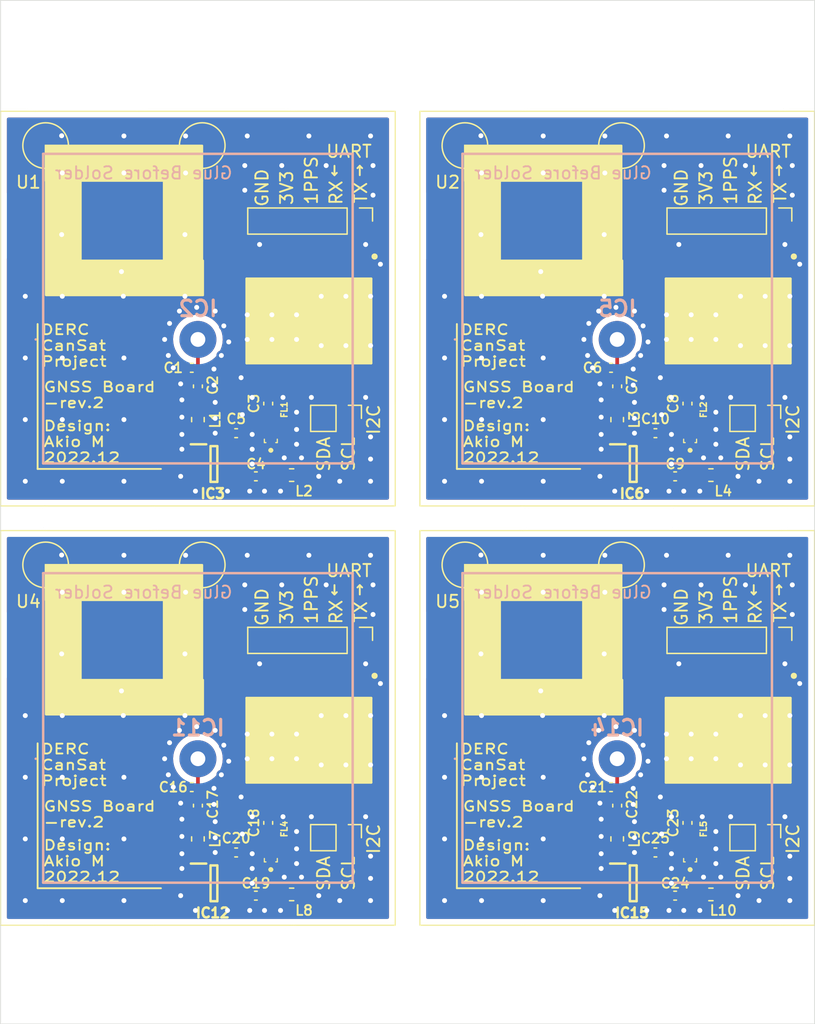
<source format=kicad_pcb>
(kicad_pcb (version 20211014) (generator pcbnew)
  (layers (0 "F.Cu" signal) (1 "In1.Cu" power) (2 "In2.Cu" power) (31 "B.Cu" mixed) (34 "B.Paste" user) (35 "F.Paste" user) (36 "B.SilkS" user "B.Silkscreen") (37 "F.SilkS" user "F.Silkscreen") (38 "B.Mask" user) (39 "F.Mask" user) (44 "Edge.Cuts" user))
  (net 0 "")
  (net 1 "Net-(C1-Pad1)")
  (net 2 "GND2")
  (net 3 "Net-(C2-Pad2)")
  (net 4 "Net-(C3-Pad1)")
  (net 5 "Net-(C3-Pad2)")
  (net 6 "Net-(C4-Pad1)")
  (net 7 "Net-(C4-Pad2)")
  (net 8 "/VCC_RF")
  (net 9 "/GNSS_TX")
  (net 10 "/GNSS_RX")
  (net 11 "/GNSS_1PPS")
  (net 13 "+3V0")
  (net 14 "+3V3")
  (net 19 "Net-(IC3-Pad1)")
  (net 20 "/SDA")
  (net 21 "/SCL")
  (footprint "" (layer "F.Cu") (at 68 73)
    (fp_text reference "")
    (fp_text value "")
  )
  (footprint "Capacitor_SMD:C_0402_1005Metric" (layer "F.Cu") (at 113.1 66.1)
    (fp_text reference "C10")
    (fp_text value "470p")
  )
  (footprint "Capacitor_SMD:C_0402_1005Metric" (layer "F.Cu") (at 114.7 69.6)
    (fp_text reference "C9")
    (fp_text value "100p")
  )
  (footprint "Capacitor_SMD:C_0402_1005Metric" (layer "F.Cu") (at 80.7 103.6)
    (fp_text reference "C19")
    (fp_text value "100p")
  )
  (footprint "tanekonsat:PinHeader_1x02_P2.00mm_Vertical" (layer "F.Cu") (at 88.2 64.9 -90)
    (fp_text reference "J2" hide)
    (fp_text value "I2C")
  )
  (footprint "" (layer "F.Cu") (at 67 39)
    (fp_text reference "")
    (fp_text value "")
  )
  (footprint "tanekonsat:CR1025_Holder" (layer "F.Cu") (at 63.65 54.880338)
    (fp_text reference "U1")
    (fp_text value "CR1025")
  )
  (footprint "Capacitor_SMD:C_0402_1005Metric" (layer "F.Cu") (at 114.7 103.6)
    (fp_text reference "C24")
    (fp_text value "100p")
  )
  (footprint "SamacSys_Parts:SOT95P280X145-6N" (layer "F.Cu") (at 111.3 68.6)
    (fp_text reference "IC6")
    (fp_text value "MAX2641EUT+T" hide)
  )
  (footprint "Capacitor_SMD:C_0402_1005Metric" (layer "F.Cu") (at 113.1 100.1)
    (fp_text reference "C25")
    (fp_text value "470p")
  )
  (footprint "" (layer "F.Cu") (at 93 39)
    (fp_text reference "")
    (fp_text value "")
  )
  (footprint "Capacitor_SMD:C_0402_1005Metric" (layer "F.Cu") (at 75.5 94.8 180)
    (fp_text reference "C16")
    (fp_text value "1p")
  )
  (footprint "" (layer "F.Cu") (at 93 73)
    (fp_text reference "")
    (fp_text value "")
  )
  (footprint "" (layer "F.Cu") (at 119 107)
    (fp_text reference "")
    (fp_text value "")
  )
  (footprint "Inductor_SMD:L_0603_1608Metric_Pad1.05x0.95mm_HandSolder" (layer "F.Cu") (at 117.6 103.5)
    (fp_text reference "L10")
    (fp_text value "6.8n")
  )
  (footprint "SamacSys_Parts:SOT95P280X145-6N" (layer "F.Cu") (at 77.3 68.6)
    (fp_text reference "IC3")
    (fp_text value "MAX2641EUT+T" hide)
  )
  (footprint "SamacSys_Parts:SOT95P280X145-6N" (layer "F.Cu") (at 111.3 102.6)
    (fp_text reference "IC15")
    (fp_text value "MAX2641EUT+T" hide)
  )
  (footprint "Inductor_SMD:L_0603_1608Metric_Pad1.05x0.95mm_HandSolder" (layer "F.Cu") (at 76 65 -90)
    (fp_text reference "L1")
    (fp_text value "5.6n")
  )
  (footprint "SamacSys_Parts:SAFEA1G58KA0F00R15" (layer "F.Cu") (at 115.913 66.188 90)
    (fp_text reference "FL2")
    (fp_text value "SAFEA1G58KA0F00R15" hide)
  )
  (footprint "Inductor_SMD:L_0603_1608Metric_Pad1.05x0.95mm_HandSolder" (layer "F.Cu") (at 83.6 103.5)
    (fp_text reference "L8")
    (fp_text value "6.8n")
  )
  (footprint "Inductor_SMD:L_0603_1608Metric_Pad1.05x0.95mm_HandSolder" (layer "F.Cu") (at 76 99 -90)
    (fp_text reference "L7")
    (fp_text value "5.6n")
  )
  (footprint "" (layer "F.Cu") (at 93 73 90)
    (fp_text reference "")
    (fp_text value "")
  )
  (footprint "tanekonsat:PinHeader_1x05_P2.00mm_Vertical" (layer "F.Cu") (at 123.1 48.9 -90)
    (fp_text reference "J3" hide)
    (fp_text value "Conn_01x05_Male")
  )
  (footprint "Capacitor_SMD:C_0402_1005Metric" (layer "F.Cu") (at 75.5 60.8 180)
    (fp_text reference "C1")
    (fp_text value "1p")
  )
  (footprint "" (layer "F.Cu") (at 93 44 90)
    (fp_text reference "")
    (fp_text value "")
  )
  (footprint "tanekonsat:PinHeader_1x02_P2.00mm_Vertical" (layer "F.Cu") (at 122.2 64.9 -90)
    (fp_text reference "J4" hide)
    (fp_text value "I2C")
  )
  (footprint "SamacSys_Parts:SON110P970X1010X230-18N" (layer "F.Cu") (at 85 57 -90)
    (fp_text reference "IC1")
    (fp_text value "TESEO-LIV3F" hide)
  )
  (footprint "tanekonsat:PinHeader_1x05_P2.00mm_Vertical" (layer "F.Cu") (at 123.1 82.9 -90)
    (fp_text reference "J9" hide)
    (fp_text value "Conn_01x05_Male")
  )
  (footprint "SamacSys_Parts:SAFEA1G58KA0F00R15" (layer "F.Cu") (at 81.913 66.188 90)
    (fp_text reference "FL1")
    (fp_text value "SAFEA1G58KA0F00R15" hide)
  )
  (footprint "Capacitor_SMD:C_0402_1005Metric" (layer "F.Cu") (at 110 96.3 -90)
    (fp_text reference "C22")
    (fp_text value "100p")
  )
  (footprint "Inductor_SMD:L_0603_1608Metric_Pad1.05x0.95mm_HandSolder" (layer "F.Cu") (at 83.6 69.5)
    (fp_text reference "L2")
    (fp_text value "6.8n")
  )
  (footprint "SamacSys_Parts:SON110P970X1010X230-18N" (layer "F.Cu") (at 119 91 -90)
    (fp_text reference "IC13")
    (fp_text value "TESEO-LIV3F" hide)
  )
  (footprint "" (layer "F.Cu") (at 93 107)
    (fp_text reference "")
    (fp_text value "")
  )
  (footprint "Capacitor_SMD:C_0402_1005Metric" (layer "F.Cu") (at 76 96.3 -90)
    (fp_text reference "C17")
    (fp_text value "100p")
  )
  (footprint "SamacSys_Parts:SAFEA1G58KA0F00R15" (layer "F.Cu") (at 81.913 100.188 90)
    (fp_text reference "FL4")
    (fp_text value "SAFEA1G58KA0F00R15" hide)
  )
  (footprint "tanekonsat:PinHeader_1x02_P2.00mm_Vertical" (layer "F.Cu") (at 122.2 98.9 -90)
    (fp_text reference "J10" hide)
    (fp_text value "I2C")
  )
  (footprint "tanekonsat:CR1025_Holder" (layer "F.Cu") (at 63.65 88.880338)
    (fp_text reference "U4")
    (fp_text value "CR1025")
  )
  (footprint "Capacitor_SMD:C_0402_1005Metric" (layer "F.Cu") (at 81.7 97.7 90)
    (fp_text reference "C18")
    (fp_text value "120p")
  )
  (footprint "tanekonsat:PinHeader_1x02_P2.00mm_Vertical" (layer "F.Cu") (at 88.2 98.9 -90)
    (fp_text reference "J8" hide)
    (fp_text value "I2C")
  )
  (footprint "SamacSys_Parts:SON110P970X1010X230-18N" (layer "F.Cu") (at 85 91 -90)
    (fp_text reference "IC10")
    (fp_text value "TESEO-LIV3F" hide)
  )
  (footprint "Capacitor_SMD:C_0402_1005Metric" (layer "F.Cu") (at 81.7 63.7 90)
    (fp_text reference "C3")
    (fp_text value "120p")
  )
  (footprint "" (layer "F.Cu") (at 119 39)
    (fp_text reference "")
    (fp_text value "")
  )
  (footprint "Capacitor_SMD:C_0402_1005Metric" (layer "F.Cu") (at 80.7 69.6)
    (fp_text reference "C4")
    (fp_text value "100p")
  )
  (footprint "" (layer "F.Cu") (at 119 73 90)
    (fp_text reference "")
    (fp_text value "")
  )
  (footprint "tanekonsat:CR1025_Holder" (layer "F.Cu") (at 97.65 54.880338)
    (fp_text reference "U2")
    (fp_text value "CR1025")
  )
  (footprint "Capacitor_SMD:C_0402_1005Metric" (layer "F.Cu") (at 109.5 94.8 180)
    (fp_text reference "C21")
    (fp_text value "1p")
  )
  (footprint "Capacitor_SMD:C_0402_1005Metric" (layer "F.Cu") (at 79.1 100.1)
    (fp_text reference "C20")
    (fp_text value "470p")
  )
  (footprint "" (layer "F.Cu") (at 93 102)
    (fp_text reference "")
    (fp_text value "")
  )
  (footprint "Inductor_SMD:L_0603_1608Metric_Pad1.05x0.95mm_HandSolder" (layer "F.Cu") (at 110 99 -90)
    (fp_text reference "L9")
    (fp_text value "5.6n")
  )
  (footprint "SamacSys_Parts:SAFEA1G58KA0F00R15" (layer "F.Cu") (at 115.913 100.188 90)
    (fp_text reference "FL5")
    (fp_text value "SAFEA1G58KA0F00R15" hide)
  )
  (footprint "SamacSys_Parts:SOT95P280X145-6N" (layer "F.Cu") (at 77.3 102.6)
    (fp_text reference "IC12")
    (fp_text value "MAX2641EUT+T" hide)
  )
  (footprint "Capacitor_SMD:C_0402_1005Metric" (layer "F.Cu") (at 115.7 63.7 90)
    (fp_text reference "C8")
    (fp_text value "120p")
  )
  (footprint "Capacitor_SMD:C_0402_1005Metric" (layer "F.Cu") (at 110 62.3 -90)
    (fp_text reference "C7")
    (fp_text value "100p")
  )
  (footprint "tanekonsat:PinHeader_1x05_P2.00mm_Vertical" (layer "F.Cu") (at 89.1 48.9 -90)
    (fp_text reference "J1" hide)
    (fp_text value "Conn_01x05_Male")
  )
  (footprint "SamacSys_Parts:SON110P970X1010X230-18N" (layer "F.Cu") (at 119 57 -90)
    (fp_text reference "IC4")
    (fp_text value "TESEO-LIV3F" hide)
  )
  (footprint "Capacitor_SMD:C_0402_1005Metric" (layer "F.Cu") (at 109.5 60.8 180)
    (fp_text reference "C6")
    (fp_text value "1p")
  )
  (footprint "Inductor_SMD:L_0603_1608Metric_Pad1.05x0.95mm_HandSolder" (layer "F.Cu") (at 110 65 -90)
    (fp_text reference "L3")
    (fp_text value "5.6n")
  )
  (footprint "Capacitor_SMD:C_0402_1005Metric" (layer "F.Cu") (at 79.1 66.1)
    (fp_text reference "C5")
    (fp_text value "470p")
  )
  (footprint "" (layer "F.Cu") (at 68 107)
    (fp_text reference "")
    (fp_text value "")
  )
  (footprint "Capacitor_SMD:C_0402_1005Metric" (layer "F.Cu") (at 76 62.3 -90)
    (fp_text reference "C2")
    (fp_text value "100p")
  )
  (footprint "tanekonsat:PinHeader_1x05_P2.00mm_Vertical" (layer "F.Cu") (at 89.1 82.9 -90)
    (fp_text reference "J7" hide)
    (fp_text value "Conn_01x05_Male")
  )
  (footprint "tanekonsat:CR1025_Holder" (layer "F.Cu") (at 97.65 88.880338)
    (fp_text reference "U5")
    (fp_text value "CR1025")
  )
  (footprint "Capacitor_SMD:C_0402_1005Metric" (layer "F.Cu") (at 115.7 97.7 90)
    (fp_text reference "C23")
    (fp_text value "120p")
  )
  (footprint "Inductor_SMD:L_0603_1608Metric_Pad1.05x0.95mm_HandSolder" (layer "F.Cu") (at 117.6 69.5)
    (fp_text reference "L4")
    (fp_text value "6.8n")
  )
  (footprint "SamacSys_Parts:CGGBPD25A" (layer "B.Cu") (at 110 92.5 180)
    (fp_text reference "IC14")
    (fp_text value "CGGBPD.25.A" hide)
  )
  (footprint "SamacSys_Parts:CGGBPD25A" (layer "B.Cu") (at 76 92.5 180)
    (fp_text reference "IC11")
    (fp_text value "CGGBPD.25.A" hide)
  )
  (footprint "SamacSys_Parts:CGGBPD25A" (layer "B.Cu") (at 76 58.5 180)
    (fp_text reference "IC2")
    (fp_text value "CGGBPD.25.A" hide)
  )
  (footprint "SamacSys_Parts:CGGBPD25A" (layer "B.Cu") (at 110 58.5 180)
    (fp_text reference "IC5")
    (fp_text value "CGGBPD.25.A" hide)
  )
  (gr_line (start 97 103) (end 107 103) (layer "F.SilkS") (width 0.15))
  (gr_rect (start 63.680338 52.07) (end 66.5 45.63) (layer "F.SilkS") (width 0.15) (fill solid))
  (gr_rect (start 60 74) (end 92 106) (layer "F.SilkS") (width 0.1) (fill none))
  (gr_rect (start 113.95 53.575) (end 124.05 60.425) (layer "F.SilkS") (width 0.15) (fill solid))
  (gr_rect (start 79.95 87.575) (end 90.05 94.425) (layer "F.SilkS") (width 0.15) (fill solid))
  (gr_rect (start 76.42 88.919662) (end 63.68 86.1) (layer "F.SilkS") (width 0.15) (fill solid))
  (gr_rect (start 63.65 42.780338) (end 76.35 45.640338) (layer "F.SilkS") (width 0.15) (fill solid))
  (gr_rect (start 63.65 76.780338) (end 76.35 79.640338) (layer "F.SilkS") (width 0.15) (fill solid))
  (gr_rect (start 110.42 88.919662) (end 97.68 86.1) (layer "F.SilkS") (width 0.15) (fill solid))
  (gr_line (start 63 69) (end 73 69) (layer "F.SilkS") (width 0.15))
  (gr_rect (start 113.95 87.575) (end 124.05 94.425) (layer "F.SilkS") (width 0.15) (fill solid))
  (gr_rect (start 97.680338 52.07) (end 100.5 45.63) (layer "F.SilkS") (width 0.15) (fill solid))
  (gr_rect (start 94 74) (end 126 106) (layer "F.SilkS") (width 0.1) (fill none))
  (gr_rect (start 73.230338 52.080338) (end 76.35 45.640338) (layer "F.SilkS") (width 0.15) (fill solid))
  (gr_rect (start 73.230338 86.080338) (end 76.35 79.640338) (layer "F.SilkS") (width 0.15) (fill solid))
  (gr_rect (start 63.680338 86.07) (end 66.5 79.63) (layer "F.SilkS") (width 0.15) (fill solid))
  (gr_rect (start 94 40) (end 126 72) (layer "F.SilkS") (width 0.1) (fill none))
  (gr_line (start 97 69) (end 107 69) (layer "F.SilkS") (width 0.15))
  (gr_rect (start 97.65 76.780338) (end 110.35 79.640338) (layer "F.SilkS") (width 0.15) (fill solid))
  (gr_rect (start 97.680338 86.07) (end 100.5 79.63) (layer "F.SilkS") (width 0.15) (fill solid))
  (gr_rect (start 107.230338 86.080338) (end 110.35 79.640338) (layer "F.SilkS") (width 0.15) (fill solid))
  (gr_rect (start 79.95 53.575) (end 90.05 60.425) (layer "F.SilkS") (width 0.15) (fill solid))
  (gr_rect (start 107.230338 52.080338) (end 110.35 45.640338) (layer "F.SilkS") (width 0.15) (fill solid))
  (gr_line (start 97 91.25) (end 97 103) (layer "F.SilkS") (width 0.15))
  (gr_line (start 63 91.25) (end 63 103) (layer "F.SilkS") (width 0.15))
  (gr_rect (start 97.65 42.780338) (end 110.35 45.640338) (layer "F.SilkS") (width 0.15) (fill solid))
  (gr_rect (start 60 40) (end 92 72) (layer "F.SilkS") (width 0.1) (fill none))
  (gr_line (start 97 57.25) (end 97 69) (layer "F.SilkS") (width 0.15))
  (gr_rect (start 76.42 54.919662) (end 63.68 52.1) (layer "F.SilkS") (width 0.15) (fill solid))
  (gr_line (start 63 57.25) (end 63 69) (layer "F.SilkS") (width 0.15))
  (gr_line (start 63 103) (end 73 103) (layer "F.SilkS") (width 0.15))
  (gr_rect (start 110.42 54.919662) (end 97.68 52.1) (layer "F.SilkS") (width 0.15) (fill solid))
  (gr_rect (start 60 31) (end 126 114) (layer "Edge.Cuts") (width 0.05) (fill none))
  (gr_text "Glue Before Solder" (at 71.6 79) (layer "B.SilkS") (effects (font (size 1 1)) (justify mirror)))
  (gr_text "Glue Before Solder" (at 105.6 79) (layer "B.SilkS") (effects (font (size 1 1)) (justify mirror)))
  (gr_text "Glue Before Solder" (at 105.6 45) (layer "B.SilkS") (effects (font (size 1 1)) (justify mirror)))
  (gr_text "Glue Before Solder" (at 71.6 45) (layer "B.SilkS") (effects (font (size 1 1)) (justify mirror)))
  (gr_text "1PPS" (at 119.2 79.6 90) (layer "F.SilkS") (effects (font (size 1 1))))
  (gr_text "GND" (at 115.2 80.2 90) (layer "F.SilkS") (effects (font (size 1 1))))
  (gr_text "SCL" (at 122.2 101.8 90) (layer "F.SilkS") (effects (font (size 1 1))))
  (gr_text "GND" (at 115.2 46.2 90) (layer "F.SilkS") (effects (font (size 1 1))))
  (gr_text "SCL" (at 122.2 67.8 90) (layer "F.SilkS") (effects (font (size 1 1))))
  (gr_text "1PPS" (at 119.2 45.6 90) (layer "F.SilkS") (effects (font (size 1 1))))
  (gr_text "←" (at 121 78.8 90) (layer "F.SilkS") (effects (font (size 1 1))))
  (gr_text "3V3" (at 117.2 46.2 90) (layer "F.SilkS") (effects (font (size 1 1))))
  (gr_text "I2C" (at 90.25 99 90) (layer "F.SilkS") (effects (font (size 1 1))))
  (gr_text "←" (at 121 44.8 90) (layer "F.SilkS") (effects (font (size 1 1))))
  (gr_text "SCL" (at 88.2 101.8 90) (layer "F.SilkS") (effects (font (size 1 1))))
  (gr_text "←" (at 87 78.8 90) (layer "F.SilkS") (effects (font (size 1 1))))
  (gr_text "UART" (at 88.25 43.25) (layer "F.SilkS") (effects (font (size 1 1))))
  (gr_text "TX" (at 123.2 46.6 90) (layer "F.SilkS") (effects (font (size 1 1))))
  (gr_text "I2C" (at 124.25 65 90) (layer "F.SilkS") (effects (font (size 1 1))))
  (gr_text "Design:\nAkio M\n2022.12" (at 63.4 100.8) (layer "F.SilkS") (effects (font (size 0.8 1)) (justify left)))
  (gr_text "3V3" (at 83.2 46.2 90) (layer "F.SilkS") (effects (font (size 1 1))))
  (gr_text "GNSS Board\n-rev.2" (at 63.4 63) (layer "F.SilkS") (effects (font (size 0.8 1)) (justify left)))
  (gr_text "RX" (at 87.2 46.6 90) (layer "F.SilkS") (effects (font (size 1 1))))
  (gr_text "UART" (at 88.25 77.25) (layer "F.SilkS") (effects (font (size 1 1))))
  (gr_text "GND" (at 81.2 46.2 90) (layer "F.SilkS") (effects (font (size 1 1))))
  (gr_text "DERC\nCanSat\nProject" (at 97.2 59) (layer "F.SilkS") (effects (font (size 0.8 1)) (justify left)))
  (gr_text "←" (at 123.2 78.8 -90) (layer "F.SilkS") (effects (font (size 1 1))))
  (gr_text "GNSS Board\n-rev.2" (at 97.4 63) (layer "F.SilkS") (effects (font (size 0.8 1)) (justify left)))
  (gr_text "3V3" (at 83.2 80.2 90) (layer "F.SilkS") (effects (font (size 1 1))))
  (gr_text "←" (at 123.2 44.8 -90) (layer "F.SilkS") (effects (font (size 1 1))))
  (gr_text "SDA" (at 120.2 67.8 90) (layer "F.SilkS") (effects (font (size 1 1))))
  (gr_text "SCL" (at 88.2 67.8 90) (layer "F.SilkS") (effects (font (size 1 1))))
  (gr_text "Design:\nAkio M\n2022.12" (at 97.4 100.8) (layer "F.SilkS") (effects (font (size 0.8 1)) (justify left)))
  (gr_text "TX" (at 123.2 80.6 90) (layer "F.SilkS") (effects (font (size 1 1))))
  (gr_text "SDA" (at 86.2 67.8 90) (layer "F.SilkS") (effects (font (size 1 1))))
  (gr_text "UART" (at 122.25 43.25) (layer "F.SilkS") (effects (font (size 1 1))))
  (gr_text "GNSS Board\n-rev.2" (at 63.4 97) (layer "F.SilkS") (effects (font (size 0.8 1)) (justify left)))
  (gr_text "DERC\nCanSat\nProject" (at 97.2 93) (layer "F.SilkS") (effects (font (size 0.8 1)) (justify left)))
  (gr_text "SDA" (at 120.2 101.8 90) (layer "F.SilkS") (effects (font (size 1 1))))
  (gr_text "TX" (at 89.2 46.6 90) (layer "F.SilkS") (effects (font (size 1 1))))
  (gr_text "UART" (at 122.25 77.25) (layer "F.SilkS") (effects (font (size 1 1))))
  (gr_text "GNSS Board\n-rev.2" (at 97.4 97) (layer "F.SilkS") (effects (font (size 0.8 1)) (justify left)))
  (gr_text "Design:\nAkio M\n2022.12" (at 97.4 66.8) (layer "F.SilkS") (effects (font (size 0.8 1)) (justify left)))
  (gr_text "1PPS" (at 85.2 79.6 90) (layer "F.SilkS") (effects (font (size 1 1))))
  (gr_text "Design:\nAkio M\n2022.12" (at 63.4 66.8) (layer "F.SilkS") (effects (font (size 0.8 1)) (justify left)))
  (gr_text "1PPS" (at 85.2 45.6 90) (layer "F.SilkS") (effects (font (size 1 1))))
  (gr_text "←" (at 89.2 78.8 -90) (layer "F.SilkS") (effects (font (size 1 1))))
  (gr_text "SDA" (at 86.2 101.8 90) (layer "F.SilkS") (effects (font (size 1 1))))
  (gr_text "←" (at 87 44.8 90) (layer "F.SilkS") (effects (font (size 1 1))))
  (gr_text "TX" (at 89.2 80.6 90) (layer "F.SilkS") (effects (font (size 1 1))))
  (gr_text "RX" (at 121.2 46.6 90) (layer "F.SilkS") (effects (font (size 1 1))))
  (gr_text "←" (at 89.2 44.8 -90) (layer "F.SilkS") (effects (font (size 1 1))))
  (gr_text "RX" (at 121.2 80.6 90) (layer "F.SilkS") (effects (font (size 1 1))))
  (gr_text "RX" (at 87.2 80.6 90) (layer "F.SilkS") (effects (font (size 1 1))))
  (gr_text "DERC\nCanSat\nProject" (at 63.2 59) (layer "F.SilkS") (effects (font (size 0.8 1)) (justify left)))
  (gr_text "I2C" (at 90.25 65 90) (layer "F.SilkS") (effects (font (size 1 1))))
  (gr_text "3V3" (at 117.2 80.2 90) (layer "F.SilkS") (effects (font (size 1 1))))
  (gr_text "GND" (at 81.2 80.2 90) (layer "F.SilkS") (effects (font (size 1 1))))
  (gr_text "I2C" (at 124.25 99 90) (layer "F.SilkS") (effects (font (size 1 1))))
  (gr_text "DERC\nCanSat\nProject" (at 63.2 93) (layer "F.SilkS") (effects (font (size 0.8 1)) (justify left)))
  (segment (start 110 94.78) (end 109.98 94.8) (width 0.3) (layer "F.Cu") (net 1))
  (segment (start 76 60.78) (end 75.98 60.8) (width 0.3) (layer "F.Cu") (net 1))
  (segment (start 109.98 60.8) (end 109.98 61.8) (width 0.3) (layer "F.Cu") (net 1))
  (segment (start 75.98 94.8) (end 75.98 95.8) (width 0.3) (layer "F.Cu") (net 1))
  (segment (start 110 58.5) (end 110 60.78) (width 0.3) (layer "F.Cu") (net 1))
  (segment (start 76 94.78) (end 75.98 94.8) (width 0.3) (layer "F.Cu") (net 1))
  (segment (start 109.98 61.8) (end 110 61.82) (width 0.3) (layer "F.Cu") (net 1))
  (segment (start 76 58.5) (end 76 60.78) (width 0.3) (layer "F.Cu") (net 1))
  (segment (start 75.98 61.8) (end 76 61.82) (width 0.3) (layer "F.Cu") (net 1))
  (segment (start 75.98 60.8) (end 75.98 61.8) (width 0.3) (layer "F.Cu") (net 1))
  (segment (start 110 60.78) (end 109.98 60.8) (width 0.3) (layer "F.Cu") (net 1))
  (segment (start 109.98 94.8) (end 109.98 95.8) (width 0.3) (layer "F.Cu") (net 1))
  (segment (start 75.98 95.8) (end 76 95.82) (width 0.3) (layer "F.Cu") (net 1))
  (segment (start 109.98 95.8) (end 110 95.82) (width 0.3) (layer "F.Cu") (net 1))
  (segment (start 76 92.5) (end 76 94.78) (width 0.3) (layer "F.Cu") (net 1))
  (segment (start 110 92.5) (end 110 94.78) (width 0.3) (layer "F.Cu") (net 1))
  (segment (start 114.6 95.5) (end 113.6 95.5) (width 0.5) (layer "F.Cu") (net 2))
  (segment (start 89.5 52.4) (end 89.4 52.5) (width 0.5) (layer "F.Cu") (net 2))
  (segment (start 83.7 66.7) (end 83.188 66.188) (width 0.2) (layer "F.Cu") (net 2))
  (segment (start 117.188 100.188) (end 116.3 100.188) (width 0.2) (layer "F.Cu") (net 2))
  (segment (start 83.4 65.6) (end 83.7 65.6) (width 0.2) (layer "F.Cu") (net 2))
  (segment (start 114.6 61.5) (end 113.6 61.5) (width 0.5) (layer "F.Cu") (net 2))
  (segment (start 117.4 65.6) (end 117.7 65.6) (width 0.2) (layer "F.Cu") (net 2))
  (segment (start 114.5 99.2995) (end 114.5 99.2) (width 0.2) (layer "F.Cu") (net 2))
  (segment (start 110.05 103.55) (end 110.05 102.6) (width 0.3) (layer "F.Cu") (net 2))
  (segment (start 116.9 61.6) (end 116.8 61.5) (width 0.5) (layer "F.Cu") (net 2))
  (segment (start 82.2 99.6) (end 83.4 99.6) (width 0.2) (layer "F.Cu") (net 2))
  (segment (start 90.8 86.4) (end 89.5 86.4) (width 0.5) (layer "F.Cu") (net 2))
  (segment (start 117.4 99.6) (end 117.7 99.6) (width 0.2) (layer "F.Cu") (net 2))
  (segment (start 113.668 100.188) (end 115.526 100.188) (width 0.2) (layer "F.Cu") (net 2))
  (segment (start 79.58 100.1) (end 79.668 100.188) (width 0.2) (layer "F.Cu") (net 2))
  (segment (start 116.2 99.6) (end 116.8 99) (width 0.2) (layer "F.Cu") (net 2))
  (segment (start 115.412 66.188) (end 114.7 66.9) (width 0.2) (layer "F.Cu") (net 2))
  (segment (start 79.668 66.188) (end 81.526 66.188) (width 0.2) (layer "F.Cu") (net 2))
  (segment (start 115.526 66.188) (end 115.3885 66.188) (width 0.2) (layer "F.Cu") (net 2))
  (segment (start 80.6 95.5) (end 80.6 97) (width 0.5) (layer "F.Cu") (net 2))
  (segment (start 114.5 65.2995) (end 114.5 65.2) (width 0.2) (layer "F.Cu") (net 2))
  (segment (start 124.8 52.4) (end 123.5 52.4) (width 0.5) (layer "F.Cu") (net 2))
  (segment (start 115.3885 100.188) (end 114.5 99.2995) (width 0.2) (layer "F.Cu") (net 2))
  (segment (start 79.6 95.5) (end 79.5 95.6) (width 0.5) (layer "F.Cu") (net 2))
  (segment (start 116.2 99.6) (end 117.4 99.6) (width 0.2) (layer "F.Cu") (net 2))
  (segment (start 81.526 66.188) (end 81.412 66.188) (width 0.2) (layer "F.Cu") (net 2))
  (segment (start 81.526 100.188) (end 81.3885 100.188) (width 0.2) (layer "F.Cu") (net 2))
  (segment (start 80.5 65.2995) (end 80.5 65.2) (width 0.2) (layer "F.Cu") (net 2))
  (segment (start 78.55 68.6) (end 76.05 68.6) (width 0.3) (layer "F.Cu") (net 2))
  (segment (start 83.188 66.188) (end 82.3 66.188) (width 0.2) (layer "F.Cu") (net 2))
  (segment (start 110.05 69.55) (end 110.05 68.6) (width 0.3) (layer "F.Cu") (net 2))
  (segment (start 115.3885 66.188) (end 114.5 65.2995) (width 0.2) (layer "F.Cu") (net 2))
  (segment (start 115.412 100.188) (end 114.7 100.9) (width 0.2) (layer "F.Cu") (net 2))
  (segment (start 114.4 102.6) (end 112.55 102.6) (width 0.5) (layer "F.Cu") (net 2))
  (segment (start 116.9 63.2) (end 116.9 61.6) (width 0.5) (layer "F.Cu") (net 2))
  (segment (start 80.4 102.6) (end 78.55 102.6) (width 0.5) (layer "F.Cu") (net 2))
  (segment (start 115.526 66.188) (end 115.412 66.188) (width 0.2) (layer "F.Cu") (net 2))
  (segment (start 114.6 97) (end 114.4 97.2) (width 0.5) (layer "F.Cu") (net 2))
  (segment (start 80.6 63) (end 80.4 63.2) (width 0.5) (layer "F.Cu") (net 2))
  (segment (start 79.58 66.1) (end 79.668 66.188) (width 0.2) (layer "F.Cu") (net 2))
  (segment (start 114.6 61.5) (end 114.6 63) (width 0.5) (layer "F.Cu") (net 2))
  (segment (start 115.526 100.188) (end 115.3885 100.188) (width 0.2) (layer "F.Cu") (net 2))
  (segment (start 116.3 100.3) (end 116.8 100.8) (width 0.2) (layer "F.Cu") (net 2))
  (segment (start 113.668 66.188) (end 115.526 66.188) (width 0.2) (layer "F.Cu") (net 2))
  (segment (start 116.3 66.3) (end 116.8 66.8) (width 0.2) (layer "F.Cu") (net 2))
  (segment (start 82.3 100.3) (end 82.8 100.8) (width 0.2) (layer "F.Cu") (net 2))
  (segment (start 80.4 68.6) (end 78.55 68.6) (width 0.5) (layer "F.Cu") (net 2))
  (segment (start 116.9 97.2) (end 116.9 95.6) (width 0.5) (layer "F.Cu") (net 2))
  (segment (start 116.9 95.6) (end 116.8 95.5) (width 0.5) (layer "F.Cu") (net 2))
  (segment (start 82.2 65.6) (end 83.4 65.6) (width 0.2) (layer "F.Cu") (net 2))
  (segment (start 81.3885 100.188) (end 80.5 99.2995) (width 0.2) (layer "F.Cu") (net 2))
  (segment (start 82.9 95.6) (end 82.8 95.5) (width 0.5) (layer "F.Cu") (net 2))
  (segment (start 80.6 61.5) (end 79.6 61.5) (width 0.5) (layer "F.Cu") (net 2))
  (segment (start 80.6 97) (end 80.4 97.2) (width 0.5) (layer "F.Cu") (net 2))
  (segment (start 116.3 66.188) (end 116.3 66.3) (width 0.2) (layer "F.Cu") (net 2))
  (segment (start 112.55 102.6) (end 110.05 102.6) (width 0.3) (layer "F.Cu") (net 2))
  (segment (start 117.7 66.7) (end 117.188 66.188) (width 0.2) (layer "F.Cu") (net 2))
  (segment (start 82.3 66.188) (end 82.3 66.3) (width 0.2) (layer "F.Cu") (net 2))
  (segment (start 83.188 100.188) (end 82.3 100.188) (width 0.2) (layer "F.Cu") (net 2))
  (segment (start 117.7 100.7) (end 117.188 100.188) (width 0.2) (layer "F.Cu") (net 2))
  (segment (start 82.2 65.6) (end 82.8 65) (width 0.2) (layer "F.Cu") (net 2))
  (segment (start 76.05 103.55) (end 76.05 102.6) (width 0.3) (layer "F.Cu") (net 2))
  (segment (start 81.412 100.188) (end 80.7 100.9) (width 0.2) (layer "F.Cu") (net 2))
  (segment (start 82.9 61.6) (end 82.8 61.5) (width 0.5) (layer "F.Cu") (net 2))
  (segment (start 81.412 66.188) (end 80.7 66.9) (width 0.2) (layer "F.Cu") (net 2))
  (segment (start 81.3885 66.188) (end 80.5 65.2995) (width 0.2) (layer "F.Cu") (net 2))
  (segment (start 89.5 86.4) (end 89.4 86.5) (width 0.5) (layer "F.Cu") (net 2))
  (segment (start 116.8 99) (end 116.8 98.8) (width 0.2) (layer "F.Cu") (net 2))
  (segment (start 82.2 99.6) (end 82.8 99) (width 0.2) (layer "F.Cu") (net 2))
  (segment (start 78.55 102.6) (end 76.05 102.6) (width 0.3) (layer "F.Cu") (net 2))
  (segment (start 80.6 95.5) (end 79.6 95.5) (width 0.5) (layer "F.Cu") (net 2))
  (segment (start 82.9 63.2) (end 82.9 61.6) (width 0.5) (layer "F.Cu") (net 2))
  (segment (start 123.5 86.4) (end 123.4 86.5) (width 0.5) (layer "F.Cu") (net 2))
  (segment (start 124.8 86.4) (end 123.5 86.4) (width 0.5) (layer "F.Cu") (net 2))
  (segment (start 114.6 95.5) (end 114.6 97) (width 0.5) (layer "F.Cu") (net 2))
  (segment (start 112.55 68.6) (end 110.05 68.6) (width 0.3) (layer "F.Cu") (net 2))
  (segment (start 83.4 99.6) (end 83.7 99.6) (width 0.2) (layer "F.Cu") (net 2))
  (segment (start 90.8 52.4) (end 89.5 52.4) (width 0.5) (layer "F.Cu") (net 2))
  (segment (start 80.5 99.2995) (end 80.5 99.2) (width 0.2) (layer "F.Cu") (net 2))
  (segment (start 80.6 61.5) (end 80.6 63) (width 0.5) (layer "F.Cu") (net 2))
  (segment (start 82.3 66.3) (end 82.8 66.8) (width 0.2) (layer "F.Cu") (net 2))
  (segment (start 81.526 100.188) (end 81.412 100.188) (width 0.2) (layer "F.Cu") (net 2))
  (segment (start 117.188 66.188) (end 116.3 66.188) (width 0.2) (layer "F.Cu") (net 2))
  (segment (start 82.8 65) (end 82.8 64.8) (width 0.2) (layer "F.Cu") (net 2))
  (segment (start 82.8 99) (end 82.8 98.8) (width 0.2) (layer "F.Cu") (net 2))
  (segment (start 116.8 65) (end 116.8 64.8) (width 0.2) (layer "F.Cu") (net 2))
  (segment (start 114.6 63) (end 114.4 63.2) (width 0.5) (layer "F.Cu") (net 2))
  (segment (start 113.58 100.1) (end 113.668 100.188) (width 0.2) (layer "F.Cu") (net 2))
  (segment (start 79.668 100.188) (end 81.526 100.188) (width 0.2) (layer "F.Cu") (net 2))
  (segment (start 116.2 65.6) (end 117.4 65.6) (width 0.2) (layer "F.Cu") (net 2))
  (segment (start 76.05 69.55) (end 76.05 68.6) (width 0.3) (layer "F.Cu") (net 2))
  (segment (start 81.526 66.188) (end 81.3885 66.188) (width 0.2) (layer "F.Cu") (net 2))
  (segment (start 82.3 100.188) (end 82.3 100.3) (width 0.2) (layer "F.Cu") (net 2))
  (segment (start 116.3 100.188) (end 116.3 100.3) (width 0.2) (layer "F.Cu") (net 2))
  (segment (start 82.9 97.2) (end 82.9 95.6) (width 0.5) (layer "F.Cu") (net 2))
  (segment (start 113.58 66.1) (end 113.668 66.188) (width 0.2) (layer "F.Cu") (net 2))
  (segment (start 113.6 95.5) (end 113.5 95.6) (width 0.5) (layer "F.Cu") (net 2))
  (segment (start 116.2 65.6) (end 116.8 65) (width 0.2) (layer "F.Cu") (net 2))
  (segment (start 83.7 100.7) (end 83.188 100.188) (width 0.2) (layer "F.Cu") (net 2))
  (segment (start 114.4 68.6) (end 112.55 68.6) (width 0.5) (layer "F.Cu") (net 2))
  (segment (start 123.5 52.4) (end 123.4 52.5) (width 0.5) (layer "F.Cu") (net 2))
  (segment (start 79.6 61.5) (end 79.5 61.6) (width 0.5) (layer "F.Cu") (net 2))
  (segment (start 115.526 100.188) (end 115.412 100.188) (width 0.2) (layer "F.Cu") (net 2))
  (segment (start 113.6 61.5) (end 113.5 61.6) (width 0.5) (layer "F.Cu") (net 2))
  (via (at 77.3 62.2) (size 0.8) (drill 0.4) (layers "F.Cu" "B.Cu") (net 2))
  (via (at 99 99) (size 0.8) (drill 0.4) (layers "F.Cu" "B.Cu") (net 2))
  (via (at 108.947119 83.995915) (size 0.8) (drill 0.4) (layers "F.Cu" "B.Cu") (net 2))
  (via (at 108.6 96.1) (size 0.8) (drill 0.4) (layers "F.Cu" "B.Cu") (net 2))
  (via (at 77.3 96.2) (size 0.8) (drill 0.4) (layers "F.Cu" "B.Cu") (net 2))
  (via (at 118 101) (size 0.8) (drill 0.4) (layers "F.Cu" "B.Cu") (net 2))
  (via (at 104 104) (size 0.8) (drill 0.4) (layers "F.Cu" "B.Cu") (net 2))
  (via (at 77.3 94.9) (size 0.8) (drill 0.4) (layers "F.Cu" "B.Cu") (net 2))
  (via (at 85.8 103.6) (size 0.8) (drill 0.4) (layers "F.Cu" "B.Cu") (net 2))
  (via (at 108.7 101.4) (size 0.8) (drill 0.4) (layers "F.Cu" "B.Cu") (net 2))
  (via (at 104 76) (size 0.8) (drill 0.4) (layers "F.Cu" "B.Cu") (net 2))
  (via (at 69.8 87) (size 0.8) (drill 0.4) (layers "F.Cu" "B.Cu") (net 2))
  (via (at 84 56.5) (size 0.8) (drill 0.4) (layers "F.Cu" "B.Cu") (net 2))
  (via (at 82.7 104.8) (size 0.8) (drill 0.4) (layers "F.Cu" "B.Cu") (net 2))
  (via (at 124.8 86.4) (size 0.8) (drill 0.4) (layers "F.Cu" "B.Cu") (net 2))
  (via (at 104 45) (size 0.8) (drill 0.4) (layers "F.Cu" "B.Cu") (net 2))
  (via (at 75.9 89.9) (size 0.8) (drill 0.4) (layers "F.Cu" "B.Cu") (net 2))
  (via (at 107.7 91.2) (size 0.8) (drill 0.4) (layers "F.Cu" "B.Cu") (net 2))
  (via (at 84 58.5) (size 0.8) (drill 0.4) (layers "F.Cu" "B.Cu") (net 2))
  (via (at 98.949162 41.981298) (size 0.8) (drill 0.4) (layers "F.Cu" "B.Cu") (net 2))
  (via (at 82.9 63.2) (size 0.8) (drill 0.4) (layers "F.Cu" "B.Cu") (net 2))
  (via (at 113.6 64.6) (size 0.8) (drill 0.4) (layers "F.Cu" "B.Cu") (net 2))
  (via (at 70 76) (size 0.8) (drill 0.4) (layers "F.Cu" "B.Cu") (net 2))
  (via (at 111.4 90.2) (size 0.8) (drill 0.4) (layers "F.Cu" "B.Cu") (net 2))
  (via (at 108.6 62.1) (size 0.8) (drill 0.4) (layers "F.Cu" "B.Cu") (net 2))
  (via (at 109 45) (size 0.8) (drill 0.4) (layers "F.Cu" "B.Cu") (net 2))
  (via (at 114.4 68.6) (size 0.8) (drill 0.4) (layers "F.Cu" "B.Cu") (net 2))
  (via (at 62 65) (size 0.8) (drill 0.4) (layers "F.Cu" "B.Cu") (net 2))
  (via (at 124 100.4) (size 0.8) (drill 0.4) (layers "F.Cu" "B.Cu") (net 2))
  (via (at 113.8 44.4) (size 0.8) (drill 0.4) (layers "F.Cu" "B.Cu") (net 2))
  (via (at 90 42) (size 0.8) (drill 0.4) (layers "F.Cu" "B.Cu") (net 2))
  (via (at 111.3 60.9) (size 0.8) (drill 0.4) (layers "F.Cu" "B.Cu") (net 2))
  (via (at 84 92.5) (size 0.8) (drill 0.4) (layers "F.Cu" "B.Cu") (net 2))
  (via (at 107.6 59.8) (size 0.8) (drill 0.4) (layers "F.Cu" "B.Cu") (net 2))
  (via (at 80.2 104.8) (size 0.8) (drill 0.4) (layers "F.Cu" "B.Cu") (net 2))
  (via (at 124 55) (size 0.8) (drill 0.4) (layers "F.Cu" "B.Cu") (net 2))
  (via (at 64.949162 41.981298) (size 0.8) (drill 0.4) (layers "F.Cu" "B.Cu") (net 2))
  (via (at 75 42) (size 0.8) (drill 0.4) (layers "F.Cu" "B.Cu") (net 2))
  (via (at 109.8 104.8) (size 0.8) (drill 0.4) (layers "F.Cu" "B.Cu") (net 2))
  (via (at 74.5 56.2) (size 0.8) (drill 0.4) (layers "F.Cu" "B.Cu") (net 2))
  (via (at 90 66.4) (size 0.8) (drill 0.4) (layers "F.Cu" "B.Cu") (net 2))
  (via (at 120.4 44.4) (size 0.8) (drill 0.4) (layers "F.Cu" "B.Cu") (net 2))
  (via (at 62 104) (size 0.8) (drill 0.4) (layers "F.Cu" "B.Cu") (net 2))
  (via (at 108.947119 88.993872) (size 0.8) (drill 0.4) (layers "F.Cu" "B.Cu") (net 2))
  (via (at 118.4 102.1) (size 0.8) (drill 0.4) (layers "F.Cu" "B.Cu") (net 2))
  (via (at 64.951204 83.995915) (size 0.8) (drill 0.4) (layers "F.Cu" "B.Cu") (net 2))
  (via (at 96 99) (size 0.8) (drill 0.4) (layers "F.Cu" "B.Cu") (net 2))
  (via (at 82 56.5) (size 0.8) (drill 0.4) (layers "F.Cu" "B.Cu") (net 2))
  (via (at 84 64.4) (size 0.8) (drill 0.4) (layers "F.Cu" "B.Cu") (net 2))
  (via (at 77.9 59.8) (size 0.8) (drill 0.4) (layers "F.Cu" "B.Cu") (net 2))
  (via (at 80.4 97.2) (size 0.8) (drill 0.4) (layers "F.Cu" "B.Cu") (net 2))
  (via (at 112.1 57.4) (size 0.8) (drill 0.4) (layers "F.Cu" "B.Cu") (net 2))
  (via (at 88 59) (size 0.8) (drill 0.4) (layers "F.Cu" "B.Cu") (net 2))
  (via (at 90.2 44.4) (size 0.8) (drill 0.4) (layers "F.Cu" "B.Cu") (net 2))
  (via (at 114.4 66.2) (size 0.8) (drill 0.4) (layers "F.Cu" "B.Cu") (net 2))
  (via (at 113.6 98.6) (size 0.8) (drill 0.4) (layers "F.Cu" "B.Cu") (net 2))
  (via (at 124 42) (size 0.8) (drill 0.4) (layers "F.Cu" "B.Cu") (net 2))
  (via (at 90 76) (size 0.8) (drill 0.4) (layers "F.Cu" "B.Cu") (net 2))
  (via (at 78.5 92.7) (size 0.8) (drill 0.4) (layers "F.Cu" "B.Cu") (net 2))
  (via (at 111.4 100.1) (size 0.8) (drill 0.4) (layers "F.Cu" "B.Cu") (net 2))
  (via (at 85.8 69.6) (size 0.8) (drill 0.4) (layers "F.Cu" "B.Cu") (net 2))
  (via (at 79.6 64.6) (size 0.8) (drill 0.4) (layers "F.Cu" "B.Cu") (net 2))
  (via (at 75 79) (size 0.8) (drill 0.4) (layers "F.Cu" "B.Cu") (net 2))
  (via (at 115.4 70.8) (size 0.8) (drill 0.4) (layers "F.Cu" "B.Cu") (net 2))
  (via (at 99 65) (size 0.8) (drill 0.4) (layers "F.Cu" "B.Cu") (net 2))
  (via (at 80 90.5) (size 0.8) (drill 0.4) (layers "F.Cu" "B.Cu") (net 2))
  (via (at 90.8 86.4) (size 0.8) (drill 0.4) (layers "F.Cu" "B.Cu") (net 2))
  (via (at 70 94) (size 0.8) (drill 0.4) (layers "F.Cu" "B.Cu") (net 2))
  (via (at 116.7 70.8) (size 0.8) (drill 0.4) (layers "F.Cu" "B.Cu") (net 2))
  (via (at 74.7 63.4) (size 0.8) (drill 0.4) (layers "F.Cu" "B.Cu") (net 2))
  (via (at 104 94) (size 0.8) (drill 0.4) (layers "F.Cu" "B.Cu") (net 2))
  (via (at 90 93) (size 0.8) (drill 0.4) (layers "F.Cu" "B.Cu") (net 2))
  (via (at 90 59) (size 0.8) (drill 0.4) (layers "F.Cu" "B.Cu") (net 2))
  (via (at 104 60) (size 0.8) (drill 0.4) (layers "F.Cu" "B.Cu") (net 2))
  (via (at 70 45) (size 0.8) (drill 0.4) (layers "F.Cu" "B.Cu") (net 2))
  (via (at 109 42) (size 0.8) (drill 0.4) (layers "F.Cu" "B.Cu") (net 2))
  (via (at 113.5 95.6) (size 0.8) (drill 0.4) (layers "F.Cu" "B.Cu") (net 2))
  (via (at 124.2 46.8) (size 0.8) (drill 0.4) (layers "F.Cu" "B.Cu") (net 2))
  (via (at 65 55) (size 0.8) (drill 0.4) (layers "F.Cu" "B.Cu") (net 2))
  (via (at 74.947119 49.995915) (size 0.8) (drill 0.4) (layers "F.Cu" "B.Cu") (net 2))
  (via (at 118 90.5) (size 0.8) (drill 0.4) (layers "F.Cu" "B.Cu") (net 2))
  (via (at 80.4 66.2) (size 0.8) (drill 0.4) (layers "F.Cu" "B.Cu") (net 2))
  (via (at 118.4 68.1) (size 0.8) (drill 0.4) (layers "F.Cu" "B.Cu") (net 2))
  (via (at 96 94) (size 0.8) (drill 0.4) (layers "F.Cu" "B.Cu") (net 2))
  (via (at 74.7 66.2) (size 0.8) (drill 0.4) (layers "F.Cu" "B.Cu") (net 2))
  (via (at 119 42) (size 0.8) (drill 0.4) (layers "F.Cu" "B.Cu") (net 2))
  (via (at 108.7 98.8) (size 0.8) (drill 0.4) (layers "F.Cu" "B.Cu") (net 2))
  (via (at 74.7 67.4) (size 0.8) (drill 0.4) (layers "F.Cu" "B.Cu") (net 2))
  (via (at 120 59) (size 0.8) (drill 0.4) (layers "F.Cu" "B.Cu") (net 2))
  (via (at 119.8 103.6) (size 0.8) (drill 0.4) (layers "F.Cu" "B.Cu") (net 2))
  (via (at 114 58.5) (size 0.8) (drill 0.4) (layers "F.Cu" "B.Cu") (net 2))
  (via (at 80.4 102.6) (size 0.8) (drill 0.4) (layers "F.Cu" "B.Cu") (net 2))
  (via (at 77.4 66.1) (size 0.8) (drill 0.4) (layers "F.Cu" "B.Cu") (net 2))
  (via (at 96 104) (size 0.8) (drill 0.4) (layers "F.Cu" "B.Cu") (net 2))
  (via (at 88 55) (size 0.8) (drill 0.4) (layers "F.Cu" "B.Cu") (net 2))
  (via (at 77.4 64.9) (size 0.8) (drill 0.4) (layers "F.Cu" "B.Cu") (net 2))
  (via (at 70 60) (size 0.8) (drill 0.4) (layers "F.Cu" "B.Cu") (net 2))
  (via (at 99 104) (size 0.8) (drill 0.4) (layers "F.Cu" "B.Cu") (net 2))
  (via (at 116 56.5) (size 0.8) (drill 0.4) (layers "F.Cu" "B.Cu") (net 2))
  (via (at 116 58.5) (size 0.8) (drill 0.4) (layers "F.Cu" "B.Cu") (net 2))
  (via (at 65 70) (size 0.8) (drill 0.4) (layers "F.Cu" "B.Cu") (net 2))
  (via (at 124 66.4) (size 0.8) (drill 0.4) (layers "F.Cu" "B.Cu") (net 2))
  (via (at 74.7 64.8) (size 0.8) (drill 0.4) (layers "F.Cu" "B.Cu") (net 2))
  (via (at 124.2 80.8) (size 0.8) (drill 0.4) (layers "F.Cu" "B.Cu") (net 2))
  (via (at 74.7 98.8) (size 0.8) (drill 0.4) (layers "F.Cu" "B.Cu") (net 2))
  (via (at 69.949162 88.993872) (size 0.8) (drill 0.4) (layers "F.Cu" "B.Cu") (net 2))
  (via (at 64.951204 49.995915) (size 0.8) (drill 0.4) (layers "F.Cu" "B.Cu") (net 2))
  (via (at 118 56.5) (size 0.8) (drill 0.4) (layers "F.Cu" "B.Cu") (net 2))
  (via (at 89.6 84.8) (size 0.8) (drill 0.4) (layers "F.Cu" "B.Cu") (net 2))
  (via (at 96 70) (size 0.8) (drill 0.4) (layers "F.Cu" "B.Cu") (net 2))
  (via (at 113.8 78.4) (size 0.8) (drill 0.4) (layers "F.Cu" "B.Cu") (net 2))
  (via (at 114 92.5) (size 0.8) (drill 0.4) (layers "F.Cu" "B.Cu") (net 2))
  (via (at 84 101) (size 0.8) (drill 0.4) (layers "F.Cu" "B.Cu") (net 2))
  (via (at 78.4 104.8) (size 0.8) (drill 0.4) (layers "F.Cu" "B.Cu") (net 2))
  (via (at 82.7 70.8) (size 0.8) (drill 0.4) (layers "F.Cu" "B.Cu") (net 2))
  (via (at 114 76) (size 0.8) (drill 0.4) (layers "F.Cu" "B.Cu") (net 2))
  (via (at 74.7 97.4) (size 0.8) (drill 0.4) (layers "F.Cu" "B.Cu") (net 2))
  (via (at 74.6 62.1) (size 0.8) (drill 0.4) (layers "F.Cu" "B.Cu") (net 2))
  (via (at 124 93) (size 0.8) (drill 0.4) (layers "F.Cu" "B.Cu") (net 2))
  (via (at 104 99) (size 0.8) (drill 0.4) (layers "F.Cu" "B.Cu") (net 2))
  (via (at 120.4 78.4) (size 0.8) (drill 0.4) (layers "F.Cu" "B.Cu") (net 2))
  (via (at 82.9 97.2) (size 0.8) (drill 0.4) (layers "F.Cu" "B.Cu") (net 2))
  (via (at 75.9 55.9) (size 0.8) (drill 0.4) (layers "F.Cu" "B.Cu") (net 2))
  (via (at 86 93) (size 0.8) (drill 0.4) (layers "F.Cu" "B.Cu") (net 2))
  (via (at 64.949162 75.981298) (size 0.8) (drill 0.4) (layers "F.Cu" "B.Cu") (net 2))
  (via (at 116 92.5) (size 0.8) (drill 0.4) (layers "F.Cu" "B.Cu") (net 2))
  (via (at 73.3 92.5) (size 0.8) (drill 0.4) (layers "F.Cu" "B.Cu") (net 2))
  (via (at 89.6 50.8) (size 0.8) (drill 0.4) (layers "F.Cu" "B.Cu") (net 2))
  (via (at 116.9 63.2) (size 0.8) (drill 0.4) (layers "F.Cu" "B.Cu") (net 2))
  (via (at 108.7 66.2) (size 0.8) (drill 0.4) (layers "F.Cu" "B.Cu") (net 2))
  (via (at 90 104) (size 0.8) (drill 0.4) (layers "F.Cu" "B.Cu") (net 2))
  (via (at 88 93) (size 0.8) (drill 0.4) (layers "F.Cu" "B.Cu") (net 2))
  (via (at 90.2 46.8) (size 0.8) (drill 0.4) (layers "F.Cu" "B.Cu") (net 2))
  (via (at 70 70) (size 0.8) (drill 0.4) (layers "F.Cu" "B.Cu") (net 2))
  (via (at 109 76) (size 0.8) (drill 0.4) (layers "F.Cu" "B.Cu") (net 2))
  (via (at 77.4 63.6) (size 0.8) (drill 0.4) (layers "F.Cu" "B.Cu") (net 2))
  (via (at 70 79) (size 0.8) (drill 0.4) (layers "F.Cu" "B.Cu") (net 2))
  (via (at 84 98.4) (size 0.8) (drill 0.4) (layers "F.Cu" "B.Cu") (net 2))
  (via (at 74.947119 54.993872) (size 0.8) (drill 0.4) (layers "F.Cu" "B.Cu") (net 2))
  (via (at 124 104) (size 0.8) (drill 0.4) (layers "F.Cu" "B.Cu") (net 2))
  (via (at 73.7 91.2) (size 0.8) (drill 0.4) (layers "F.Cu" "B.Cu") (net 2))
  (via (at 114.4 67.4) (size 0.8) (drill 0.4) (layers "F.Cu" "B.Cu") (net 2))
  (via (at 87.5 70) (size 0.8) (drill 0.4) (layers "F.Cu" "B.Cu") (net 2))
  (via (at 96 89) (size 0.8) (drill 0.4) (layers "F.Cu" "B.Cu") (net 2))
  (via (at 74 60.8) (size 0.8) (drill 0.4) (layers "F.Cu" "B.Cu") (net 2))
  (via (at 79.6 98.6) (size 0.8) (drill 0.4) (layers "F.Cu" "B.Cu") (net 2))
  (via (at 82.8 78.4) (size 0.8) (drill 0.4) (layers "F.Cu" "B.Cu") (net 2))
  (via (at 74.5 90.2) (size 0.8) (drill 0.4) (layers "F.Cu" "B.Cu") (net 2))
  (via (at 98.951204 49.995915) (size 0.8) (drill 0.4) (layers "F.Cu" "B.Cu") (net 2))
  (via (at 90 100.4) (size 0.8) (drill 0.4) (layers "F.Cu" "B.Cu") (net 2))
  (via (at 111.3 96.2) (size 0.8) (drill 0.4) (layers "F.Cu" "B.Cu") (net 2))
  (via (at 118 99.8) (size 0.8) (drill 0.4) (layers "F.Cu" "B.Cu") (net 2))
  (via (at 103.949162 54.993872) (size 0.8) (drill 0.4) (layers "F.Cu" "B.Cu") (net 2))
  (via (at 75.8 104.8) (size 0.8) (drill 0.4) (layers "F.Cu" "B.Cu") (net 2))
  (via (at 65 104) (size 0.8) (drill 0.4) (layers "F.Cu" "B.Cu") (net 2))
  (via (at 65 79) (size 0.8) (drill 0.4) (layers "F.Cu" "B.Cu") (net 2))
  (via (at 84 65.8) (size 0.8) (drill 0.4) (layers "F.Cu" "B.Cu") (net 2))
  (via (at 116 90.5) (size 0.8) (drill 0.4) (layers "F.Cu" "B.Cu") (net 2))
  (via (at 121.5 70) (size 0.8) (drill 0.4) (layers "F.Cu" "B.Cu") (net 2))
  (via (at 120 89) (size 0.8) (drill 0.4) (layers "F.Cu" "B.Cu") (net 2))
  (via (at 124 68.2) (size 0.8) (drill 0.4) (layers "F.Cu" "B.Cu") (net 2))
  (via (at 99 70) (size 0.8) (drill 0.4) (layers "F.Cu" "B.Cu") (net 2))
  (via (at 74.947119 88.993872) (size 0.8) (drill 0.4) (layers "F.Cu" "B.Cu") (net 2))
  (via (at 115 84.8) (size 0.8) (drill 0.4) (layers "F.Cu" "B.Cu") (net 2))
  (via (at 108.7 100.2) (size 0.8) (drill 0.4) (layers "F.Cu" "B.Cu") (net 2))
  (via (at 70 99) (size 0.8) (drill 0.4) (layers "F.Cu" "B.Cu") (net 2))
  (via (at 104 70) (size 0.8) (drill 0.4) (layers "F.Cu" "B.Cu") (net 2))
  (via (at 124 76) (size 0.8) (drill 0.4) (layers "F.Cu" "B.Cu") (net 2))
  (via (at 73.6 59.8) (size 0.8) (drill 0.4) (layers "F.Cu" "B.Cu") (net 2))
  (via (at 90 89) (size 0.8) (drill 0.4) (layers "F.Cu" "B.Cu") (net 2))
  (via (at 90 102.2) (size 0.8) (drill 0.4) (layers "F.Cu" "B.Cu") (net 2))
  (via (at 116.7 104.8) (size 0.8) (drill 0.4) (layers "F.Cu" "B.Cu") (net 2))
  (via (at 119 76) (size 0.8) (drill 0.4) (layers "F.Cu" "B.Cu") (net 2))
  (via (at 113.5 61.6) (size 0.8) (drill 0.4) (layers "F.Cu" "B.Cu") (net 2))
  (via (at 89.6 63.2) (size 0.8) (drill 0.4) (layers "F.Cu" "B.Cu") (net 2))
  (via (at 77.9 93.8) (size 0.8) (drill 0.4) (layers "F.Cu" "B.Cu") (net 2))
  (via (at 117 102.1) (size 0.8) (drill 0.4) (layers "F.Cu" "B.Cu") (net 2))
  (via (at 108.947119 49.995915) (size 0.8) (drill 0.4) (layers "F.Cu" "B.Cu") (net 2))
  (via (at 79.8 78.4) (size 0.8) (drill 0.4) (layers "F.Cu" "B.Cu") (net 2))
  (via (at 111.3 62.2) (size 0.8) (drill 0.4) (layers "F.Cu" "B.Cu") (net 2))
  (via (at 99 55) (size 0.8) (drill 0.4) (layers "F.Cu" "B.Cu") (net 2))
  (via (at 74.6 103.6) (size 0.8) (drill 0.4) (layers "F.Cu" "B.Cu") (net 2))
  (via (at 123.6 84.8) (size 0.8) (drill 0.4) (layers "F.Cu" "B.Cu") (net 2))
  (via (at 120 55) (size 0.8) (drill 0.4) (layers "F.Cu" "B.Cu") (net 2))
  (via (at 104 65) (size 0.8) (drill 0.4) (layers "F.Cu" "B.Cu") (net 2))
  (via (at 118 67) (size 0.8) (drill 0.4) (layers "F.Cu" "B.Cu") (net 2))
  (via (at 74 94.8) (size 0.8) (drill 0.4) (layers "F.Cu" "B.Cu") (net 2))
  (via (at 108.7 64.8) (size 0.8) (drill 0.4) (layers "F.Cu" "B.Cu") (net 2))
  (via (at 119.8 69.6) (size 0.8) (drill 0.4) (layers "F.Cu" "B.Cu") (net 2))
  (via (at 74.6 96.1) (size 0.8) (drill 0.4) (layers "F.Cu" "B.Cu") (net 2))
  (via (at 86 55) (size 0.8) (drill 0.4) (layers "F.Cu" "B.Cu") (net 2))
  (via (at 107.6 93.8) (size 0.8) (drill 0.4) (layers "F.Cu" "B.Cu") (net 2))
  (via (at 82 90.5) (size 0.8) (drill 0.4) (layers "F.Cu" "B.Cu") (net 2))
  (via (at 86 59) (size 0.8) (drill 0.4) (layers "F.Cu" "B.Cu") (net 2))
  (via (at 111.4 66.1) (size 0.8) (drill 0.4) (layers "F.Cu" "B.Cu") (net 2))
  (via (at 99 94) (size 0.8) (drill 0.4) (layers "F.Cu" "B.Cu") (net 2))
  (via (at 70 65) (size 0.8) (drill 0.4) (layers "F.Cu" "B.Cu") (net 2))
  (via (at 111.4 98.9) (size 0.8) (drill 0.4) (layers "F.Cu" "B.Cu") (net 2))
  (via (at 112.1 91.4) (size 0.8) (drill 0.4) (layers "F.Cu" "B.Cu") (net 2))
  (via (at 108.6 103.6) (size 0.8) (drill 0.4) (layers "F.Cu" "B.Cu") (net 2))
  (via (at 74.6 69.6) (size 0.8) (drill 0.4) (layers "F.Cu" "B.Cu") (net 2))
  (via (at 75 45) (size 0.8) (drill 0.4) (layers "F.Cu" "B.Cu") (net 2))
  (via (at 80.4 63.2) (size 0.8) (drill 0.4) (layers "F.Cu" "B.Cu") (net 2))
  (via (at 112.5 92.7) (size 0.8) (drill 0.4) (layers "F.Cu" "B.Cu") (net 2))
  (via (at 122 93) (size 0.8) (drill 0.4) (layers "F.Cu" "B.Cu") (net 2))
  (via (at 80 58.5) (size 0.8) (drill 0.4) (layers "F.Cu" "B.Cu") (net 2))
  (via (at 62 55) (size 0.8) (drill 0.4) (layers "F.Cu" "B.Cu") (net 2))
  (via (at 118 64.4) (size 0.8) (drill 0.4) (layers "F.Cu" "B.Cu") (net 2))
  (via (at 112.4 104.8) (size 0.8) (drill 0.4) (layers "F.Cu" "B.Cu") (net 2))
  (via (at 99 89) (size 0.8) (drill 0.4) (layers "F.Cu" "B.Cu") (net 2))
  (via (at 73.7 57.2) (size 0.8) (drill 0.4) (layers "F.Cu" "B.Cu") (net 2))
  (via (at 86.4 78.4) (size 0.8) (drill 0.4) (layers "F.Cu" "B.Cu") (net 2))
  (via (at 124.8 52.4) (size 0.8) (drill 0.4) (layers "F.Cu" "B.Cu") (net 2))
  (via (at 111.3 94.9) (size 0.8) (drill 0.4) (layers "F.Cu" "B.Cu") (net 2))
  (via (at 79.5 61.6) (size 0.8) (drill 0.4) (layers "F.Cu" "B.Cu") (net 2))
  (via (at 109 79) (size 0.8) (drill 0.4) (layers "F.Cu" "B.Cu") (net 2))
  (via (at 98.949162 75.981298) (size 0.8) (drill 0.4) (layers "F.Cu" "B.Cu") (net 2))
  (via (at 84.4 102.1) (size 0.8) (drill 0.4) (layers "F.Cu" "B.Cu") (net 2))
  (via (at 119.2 97.2) (size 0.8) (drill 0.4) (layers "F.Cu" "B.Cu") (net 2))
  (via (at 80 92.5) (size 0.8) (drill 0.4) (layers "F.Cu" "B.Cu") (net 2))
  (via (at 79.8 46.4) (size 0.8) (drill 0.4) (layers "F.Cu" "B.Cu") (net 2))
  (via (at 117 68.1) (size 0.8) (drill 0.4) (layers "F.Cu" "B.Cu") (net 2))
  (via (at 81.4 104.8) (size 0.8) (drill 0.4) (layers "F.Cu" "B.Cu") (net 2))
  (via (at 62 60) (size 0.8) (drill 0.4) (layers "F.Cu" "B.Cu") (net 2))
  (via (at 115 50.8) (size 0.8) (drill 0.4) (layers "F.Cu" "B.Cu") (net 2))
  (via (at 108.5 90.2) (size 0.8) (drill 0.4) (layers "F.Cu" "B.Cu") (net 2))
  (via (at 123.6 97.2) (size 0.8) (drill 0.4) (layers "F.Cu" "B.Cu") (net 2))
  (via (at 116.9 97.2) (size 0.8) (drill 0.4) (layers "F.Cu" "B.Cu") (net 2))
  (via (at 77.4 100.1) (size 0.8) (drill 0.4) (layers "F.Cu" "B.Cu") (net 2))
  (via (at 85.2 97.2) (size 0.8) (drill 0.4) (layers "F.Cu" "B.Cu") (net 2))
  (via (at 69.8 53) (size 0.8) (drill 0.4) (layers "F.Cu" "B.Cu") (net 2))
  (via (at 122 89) (size 0.8) (drill 0.4) (layers "F.Cu" "B.Cu") (net 2))
  (via (at 78.5 58.7) (size 0.8) (drill 0.4) (layers "F.Cu" "B.Cu") (net 2))
  (via (at 107.7 57.2) (size 0.8) (drill 0.4) (layers "F.Cu" "B.Cu") (net 2))
  (via (at 96 65) (size 0.8) (drill 0.4) (layers "F.Cu" "B.Cu") (net 2))
  (via (at 82 92.5) (size 0.8) (drill 0.4) (layers "F.Cu" "B.Cu") (net 2))
  (via (at 65 99) (size 0.8) (drill 0.4) (layers "F.Cu" "B.Cu") (net 2))
  (via (at 79.8 80.4) (size 0.8) (drill 0.4) (layers "F.Cu" "B.Cu") (net 2))
  (via (at 80.4 100.2) (size 0.8) (drill 0.4) (layers "F.Cu" "B.Cu") (net 2))
  (via (at 124 59) (size 0.8) (drill 0.4) (layers "F.Cu" "B.Cu") (net 2))
  (via (at 99 45) (size 0.8) (drill 0.4) (layers "F.Cu" "B.Cu") (net 2))
  (via (at 73.3 58.5) (size 0.8) (drill 0.4) (layers "F.Cu" "B.Cu") (net 2))
  (via (at 80.4 68.6) (size 0.8) (drill 0.4) (layers "F.Cu" "B.Cu") (net 2))
  (via (at 80 56.5) (size 0.8) (drill 0.4) (layers "F.Cu" "B.Cu") (net 2))
  (via (at 108.7 67.4) (size 0.8) (drill 0.4) (layers "F.Cu" "B.Cu") (net 2))
  (via (at 108.7 97.4) (size 0.8) (drill 0.4) (layers "F.Cu" "B.Cu") (net 2))
  (via (at 65 60) (size 0.8) (drill 0.4) (layers "F.Cu" "B.Cu") (net 2))
  (via (at 103.8 53) (size 0.8) (drill 0.4) (layers "F.Cu" "B.Cu") (net 2))
  (via (at 116.8 44.4) (size 0.8) (drill 0.4) (layers "F.Cu" "B.Cu") (net 2))
  (via (at 73.6 93.8) (size 0.8) (drill 0.4) (layers "F.Cu" "B.Cu") (net 2))
  (via (at 108.6 69.6) (size 0.8) (drill 0.4) (layers "F.Cu" "B.Cu") (net 2))
  (via (at 80.4 67.4) (size 0.8) (drill 0.4) (layers "F.Cu" "B.Cu") (net 2))
  (via (at 83 102.1) (size 0.8) (drill 0.4) (layers "F.Cu" "B.Cu") (net 2))
  (via (at 109.9 55.9) (size 0.8) (drill 0.4) (layers "F.Cu" "B.Cu") (net 2))
  (via (at 114.4 100.2) (size 0.8) (drill 0.4) (layers "F.Cu" "B.Cu") (net 2))
  (via (at 124 102.2) (size 0.8) (drill 0.4) (layers "F.Cu" "B.Cu") (net 2))
  (via (at 119.2 63.2) (size 0.8) (drill 0.4) (layers "F.Cu" "B.Cu") (net 2))
  (via (at 74.7 101.4) (size 0.8) (drill 0.4) (layers "F.Cu" "B.Cu") (net 2))
  (via (at 123.6 50.8) (size 0.8) (drill 0.4) (layers "F.Cu" "B.Cu") (net 2))
  (via (at 62 70) (size 0.8) (drill 0.4) (layers "F.Cu" "B.Cu") (net 2))
  (via (at 69.949162 54.993872) (size 0.8) (drill 0.4) (layers "F.Cu" "B.Cu") (net 2))
  (via (at 108 60.8) (size 0.8) (drill 0.4) (layers "F.Cu" "B.Cu") (net 2))
  (via (at 118 92.5) (size 0.8) (drill 0.4) (layers "F.Cu" "B.Cu") (net 2))
  (via (at 109.9 89.9) (size 0.8) (drill 0.4) (layers "F.Cu" "B.Cu") (net 2))
  (via (at 104 79) (size 0.8) (drill 0.4) (layers "F.Cu" "B.Cu") (net 2))
  (via (at 90.2 80.8) (size 0.8) (drill 0.4) (layers "F.Cu" "B.Cu") (net 2))
  (via (at 70 42) (size 0.8) (drill 0.4) (layers "F.Cu" "B.Cu") (net 2))
  (via (at 122 59) (size 0.8) (drill 0.4) (layers "F.Cu" "B.Cu") (net 2))
  (via (at 111.4 64.9) (size 0.8) (drill 0.4) (layers "F.Cu" "B.Cu") (net 2))
  (via (at 85 76) (size 0.8) (drill 0.4) (layers "F.Cu" "B.Cu") (net 2))
  (via (at 62 89) (size 0.8) (drill 0.4) (layers "F.Cu" "B.Cu") (net 2))
  (via (at 114.2 70.8) (size 0.8) (drill 0.4) (layers "F.Cu" "B.Cu") (net 2))
  (via (at 124.2 44.4) (size 0.8) (drill 0.4) (layers "F.Cu" "B.Cu") (net 2))
  (via (at 114 90.5) (size 0.8) (drill 0.4) (layers "F.Cu" "B.Cu") (net 2))
  (via (at 77.4 90.2) (size 0.8) (drill 0.4) (layers "F.Cu" "B.Cu") (net 2))
  (via (at 74.7 100.2) (size 0.8) (drill 0.4) (layers "F.Cu" "B.Cu") (net 2))
  (via (at 90.2 78.4) (size 0.8) (drill 0.4) (layers "F.Cu" "B.Cu") (net 2))
  (via (at 124.2 78.4) (size 0.8) (drill 0.4) (layers "F.Cu" "B.Cu") (net 2))
  (via (at 104 42) (size 0.8) (drill 0.4) (layers "F.Cu" "B.Cu") (net 2))
  (via (at 124 70) (size 0.8) (drill 0.4) (layers "F.Cu" "B.Cu") (net 2))
  (via (at 107.3 92.5) (size 0.8) (drill 0.4) (layers "F.Cu" "B.Cu") (net 2))
  (via (at 111.4 56.2) (size 0.8) (drill 0.4) (layers "F.Cu" "B.Cu") (net 2))
  (via (at 113.8 80.4) (size 0.8) (drill 0.4) (layers "F.Cu" "B.Cu") (net 2))
  (via (at 62 94) (size 0.8) (drill 0.4) (layers "F.Cu" "B.Cu") (net 2))
  (via (at 85 42) (size 0.8) (drill 0.4) (layers "F.Cu" "B.Cu") (net 2))
  (via (at 109.8 70.8) (size 0.8) (drill 0.4) (layers "F.Cu" "B.Cu") (net 2))
  (via (at 96 55) (size 0.8) (drill 0.4) (layers "F.Cu" "B.Cu") (net 2))
  (via (at 78.1 91.4) (size 0.8) (drill 0.4) (layers "F.Cu" "B.Cu") (net 2))
  (via (at 70 104) (size 0.8) (drill 0.4) (layers "F.Cu" "B.Cu") (net 2))
  (via (at 103.949162 88.993872) (size 0.8) (drill 0.4) (layers "F.Cu" "B.Cu") (net 2))
  (via (at 124 89) (size 0.8) (drill 0.4) (layers "F.Cu" "B.Cu") (net 2))
  (via (at 85.2 63.2) (size 0.8) (drill 0.4) (layers "F.Cu" "B.Cu") (net 2))
  (via (at 80.4 101.4) (size 0.8) (drill 0.4) (layers "F.Cu" "B.Cu") (net 2))
  (via (at 89.6 97.2) (size 0.8) (drill 0.4) (layers "F.Cu" "B.Cu") (net 2))
  (via (at 122 55) (size 0.8) (drill 0.4) (layers "F.Cu" "B.Cu") (net 2))
  (via (at 108.947119 54.993872) (size 0.8) (drill 0.4) (layers "F.Cu" "B.Cu") (net 2))
  (via (at 65 65) (size 0.8) (drill 0.4) (layers "F.Cu" "B.Cu") (net 2))
  (via (at 113.8 46.4) (size 0.8) (drill 0.4) (layers "F.Cu" "B.Cu") (net 2))
  (via (at 77.4 97.6) (size 0.8) (drill 0.4) (layers "F.Cu" "B.Cu") (net 2))
  (via (at 114.4 101.4) (size 0.8) (drill 0.4) (layers "F.Cu" "B.Cu") (net 2))
  (via (at 123.6 63.2) (size 0.8) (drill 0.4) (layers "F.Cu" "B.Cu") (net 2))
  (via (at 111.9 93.8) (size 0.8) (drill 0.4) (layers "F.Cu" "B.Cu") (net 2))
  (via (at 90 68.2) (size 0.8) (drill 0.4) (layers "F.Cu" "B.Cu") (net 2))
  (via (at 115.4 104.8) (size 0.8) (drill 0.4) (layers "F.Cu" "B.Cu") (net 2))
  (via (at 99 60) (size 0.8) (drill 0.4) (layers "F.Cu" "B.Cu") (net 2))
  (via (at 75 76) (size 0.8) (drill 0.4) (layers "F.Cu" "B.Cu") (net 2))
  (via (at 114 56.5) (size 0.8) (drill 0.4) (layers "F.Cu" "B.Cu") (net 2))
  (via (at 108.5 56.2) (size 0.8) (drill 0.4) (layers "F.Cu" "B.Cu") (net 2))
  (via (at 79.8 44.4) (size 0.8) (drill 0.4) (layers "F.Cu" "B.Cu") (net 2))
  (via (at 114.2 104.8) (size 0.8) (drill 0.4) (layers "F.Cu" "B.Cu") (net 2))
  (via (at 121.5 104) (size 0.8) (drill 0.4) (layers "F.Cu" "B.Cu") (net 2))
  (via (at 84 90.5) (size 0.8) (drill 0.4) (layers "F.Cu" "B.Cu") (net 2))
  (via (at 77.3 60.9) (size 0.8) (drill 0.4) (layers "F.Cu" "B.Cu") (net 2))
  (via (at 77.4 56.2) (size 0.8) (drill 0.4) (layers "F.Cu" "B.Cu") (net 2))
  (via (at 96 60) (size 0.8) (drill 0.4) (layers "F.Cu" "B.Cu") (net 2))
  (via (at 80 42) (size 0.8) (drill 0.4) (layers "F.Cu" "B.Cu") (net 2))
  (via (at 108 94.8) (size 0.8) (drill 0.4) (layers "F.Cu" "B.Cu") (net 2))
  (via (at 111.4 97.6) (size 0.8) (drill 0.4) (layers "F.Cu" "B.Cu") (net 2))
  (via (at 62 99) (size 0.8) (drill 0.4) (layers "F.Cu" "B.Cu") (net 2))
  (via (at 103.8 87) (size 0.8) (drill 0.4) (layers "F.Cu" "B.Cu") (net 2))
  (via (at 80 76) (size 0.8) (drill 0.4) (layers "F.Cu" "B.Cu") (net 2))
  (via (at 118 58.5) (size 0.8) (drill 0.4) (layers "F.Cu" "B.Cu") (net 2))
  (via (at 114.4 63.2) (size 0.8) (drill 0.4) (layers "F.Cu" "B.Cu") (net 2))
  (via (at 81 84.8) (size 0.8) (drill 0.4) (layers "F.Cu" "B.Cu") (net 2))
  (via (at 120 93) (size 0.8) (drill 0.4) (layers "F.Cu" "B.Cu") (net 2))
  (via (at 86.4 44.4) (size 0.8) (drill 0.4) (layers "F.Cu" "B.Cu") (net 2))
  (via (at 77.4 98.9) (size 0.8) (drill 0.4) (layers "F.Cu" "B.Cu") (net 2))
  (via (at 112.4 70.8) (size 0.8) (drill 0.4) (layers "F.Cu" "B.Cu") (net 2))
  (via (at 86 89) (size 0.8) (drill 0.4) (layers "F.Cu" "B.Cu") (net 2))
  (via (at 80.2 70.8) (size 0.8) (drill 0.4) (layers "F.Cu" "B.Cu") (net 2))
  (via (at 78.1 57.4) (size 0.8) (drill 0.4) (layers "F.Cu" "B.Cu") (net 2))
  (via (at 90 55) (size 0.8) (drill 0.4) (layers "F.Cu" "B.Cu") (net 2))
  (via (at 114.4 97.2) (size 0.8) (drill 0.4) (layers "F.Cu" "B.Cu") (net 2))
  (via (at 78.4 70.8) (size 0.8) (drill 0.4) (layers "F.Cu" "B.Cu") (net 2))
  (via (at 114 42) (size 0.8) (drill 0.4) (layers "F.Cu" "B.Cu") (net 2))
  (via (at 90.8 52.4) (size 0.8) (drill 0.4) (layers "F.Cu" "B.Cu") (net 2))
  (via (at 98.951204 83.995915) (size 0.8) (drill 0.4) (layers "F.Cu" "B.Cu") (net 2))
  (via (at 65 89) (size 0.8) (drill 0.4) (layers "F.Cu" "B.Cu") (net 2))
  (via (at 99 79) (size 0.8) (drill 0.4) (layers "F.Cu" "B.Cu") (net 2))
  (via (at 116.8 78.4) (size 0.8) (drill 0.4) (layers "F.Cu" "B.Cu") (net 2))
  (via (at 74.947119 83.995915) (size 0.8) (drill 0.4) (layers "F.Cu" "B.Cu") (net 2))
  (via (at 81.4 70.8) (size 0.8) (drill 0.4) (layers "F.Cu" "B.Cu") (net 2))
  (via (at 108.7 63.4) (size 0.8) (drill 0.4) (layers "F.Cu" "B.Cu") (net 2))
  (via (at 82 58.5) (size 0.8) (drill 0.4) (layers "F.Cu" "B.Cu") (net 2))
  (via (at 90 70) (size 0.8) (drill 0.4) (layers "F.Cu" "B.Cu") (net 2))
  (via (at 75.8 70.8) (size 0.8) (drill 0.4) (layers "F.Cu" "B.Cu") (net 2))
  (via (at 84 99.8) (size 0.8) (drill 0.4) (layers "F.Cu" "B.Cu") (net 2))
  (via (at 107.3 58.5) (size 0.8) (drill 0.4) (layers "F.Cu" "B.Cu") (net 2))
  (via (at 81 50.8) (size 0.8) (drill 0.4) (layers "F.Cu" "B.Cu") (net 2))
  (via (at 111.9 59.8) (size 0.8) (drill 0.4) (layers "F.Cu" "B.Cu") (net 2))
  (via (at 111.4 63.6) (size 0.8) (drill 0.4) (layers "F.Cu" "B.Cu") (net 2))
  (via (at 84.4 68.1) (size 0.8) (drill 0.4) (layers "F.Cu" "B.Cu") (net 2))
  (via (at 114.4 102.6) (size 0.8) (drill 0.4) (layers "F.Cu" "B.Cu") (net 2))
  (via (at 82.8 44.4) (size 0.8) (drill 0.4) (layers "F.Cu" "B.Cu") (net 2))
  (via (at 79.5 95.6) (size 0.8) (drill 0.4) (layers "F.Cu" "B.Cu") (net 2))
  (via (at 65 94) (size 0.8) (drill 0.4) (layers "F.Cu" "B.Cu") (net 2))
  (via (at 65 45) (size 0.8) (drill 0.4) (layers "F.Cu" "B.Cu") (net 2))
  (via (at 118 65.8) (size 0.8) (drill 0.4) (layers "F.Cu" "B.Cu") (net 2))
  (via (at 83 68.1) (size 0.8) (drill 0.4) (layers "F.Cu" "B.Cu") (net 2))
  (via (at 87.5 104) (size 0.8) (drill 0.4) (layers "F.Cu" "B.Cu") (net 2))
  (via (at 84 67) (size 0.8) (drill 0.4) (layers "F.Cu" "B.Cu") (net 2))
  (via (at 118 98.4) (size 0.8) (drill 0.4) (layers "F.Cu" "B.Cu") (net 2))
  (via (at 112.5 58.7) (size 0.8) (drill 0.4) (layers "F.Cu" "B.Cu") (net 2))
  (via (at 88 89) (size 0.8) (drill 0.4) (layers "F.Cu" "B.Cu") (net 2))
  (segment (start 76 96.78) (end 76 98.125) (width 0.3) (layer "F.Cu") (net 3))
  (segment (start 110 62.78) (end 110 64.125) (width 0.3) (layer "F.Cu") (net 3))
  (segment (start 76 62.78) (end 76 64.125) (width 0.3) (layer "F.Cu") (net 3))
  (segment (start 110 96.78) (end 110 98.125) (width 0.3) (layer "F.Cu") (net 3))
  (segment (start 115.626 98.254) (end 115.7 98.18) (width 0.3) (layer "F.Cu") (net 4))
  (segment (start 81.626 65.6) (end 81.626 64.254) (width 0.3) (layer "F.Cu") (net 4))
  (segment (start 81.626 64.254) (end 81.7 64.18) (width 0.3) (layer "F.Cu") (net 4))
  (segment (start 81.626 98.254) (end 81.7 98.18) (width 0.3) (layer "F.Cu") (net 4))
  (segment (start 115.626 64.254) (end 115.7 64.18) (width 0.3) (layer "F.Cu") (net 4))
  (segment (start 115.626 99.6) (end 115.626 98.254) (width 0.3) (layer "F.Cu") (net 4))
  (segment (start 115.626 65.6) (end 115.626 64.254) (width 0.3) (layer "F.Cu") (net 4))
  (segment (start 81.626 99.6) (end 81.626 98.254) (width 0.3) (layer "F.Cu") (net 4))
  (segment (start 115.7 97.22) (end 115.7 95.5) (width 0.3) (layer "F.Cu") (net 5))
  (segment (start 115.7 63.22) (end 115.7 61.5) (width 0.3) (layer "F.Cu") (net 5))
  (segment (start 81.7 63.22) (end 81.7 61.5) (width 0.3) (layer "F.Cu") (net 5))
  (segment (start 81.7 97.22) (end 81.7 95.5) (width 0.3) (layer "F.Cu") (net 5))
  (segment (start 78.55 103.55) (end 80.17 103.55) (width 0.3) (layer "F.Cu") (net 6))
  (segment (start 112.55 69.55) (end 114.17 69.55) (width 0.3) (layer "F.Cu") (net 6))
  (segment (start 112.55 103.55) (end 114.17 103.55) (width 0.3) (layer "F.Cu") (net 6))
  (segment (start 114.17 103.55) (end 114.22 103.6) (width 0.3) (layer "F.Cu") (net 6))
  (segment (start 80.17 69.55) (end 80.22 69.6) (width 0.3) (layer "F.Cu") (net 6))
  (segment (start 78.55 69.55) (end 80.17 69.55) (width 0.3) (layer "F.Cu") (net 6))
  (segment (start 114.17 69.55) (end 114.22 69.6) (width 0.3) (layer "F.Cu") (net 6))
  (segment (start 80.17 103.55) (end 80.22 103.6) (width 0.3) (layer "F.Cu") (net 6))
  (segment (start 81.913 66.776) (end 81.913 69.487) (width 0.3) (layer "F.Cu") (net 7))
  (segment (start 115.18 103.6) (end 115.8 103.6) (width 0.3) (layer "F.Cu") (net 7))
  (segment (start 82.625 103.6) (end 82.725 103.5) (width 0.3) (layer "F.Cu") (net 7))
  (segment (start 115.913 66.776) (end 115.913 69.487) (width 0.3) (layer "F.Cu") (net 7))
  (segment (start 116.625 69.6) (end 116.725 69.5) (width 0.3) (layer "F.Cu") (net 7))
  (segment (start 115.8 69.6) (end 116.625 69.6) (width 0.3) (layer "F.Cu") (net 7))
  (segment (start 81.913 100.776) (end 81.913 103.487) (width 0.3) (layer "F.Cu") (net 7))
  (segment (start 115.913 103.487) (end 115.8 103.6) (width 0.3) (layer "F.Cu") (net 7))
  (segment (start 116.625 103.6) (end 116.725 103.5) (width 0.3) (layer "F.Cu") (net 7))
  (segment (start 81.913 103.487) (end 81.8 103.6) (width 0.3) (layer "F.Cu") (net 7))
  (segment (start 81.18 103.6) (end 81.8 103.6) (width 0.3) (layer "F.Cu") (net 7))
  (segment (start 115.913 100.776) (end 115.913 103.487) (width 0.3) (layer "F.Cu") (net 7))
  (segment (start 81.8 69.6) (end 82.625 69.6) (width 0.3) (layer "F.Cu") (net 7))
  (segment (start 82.625 69.6) (end 82.725 69.5) (width 0.3) (layer "F.Cu") (net 7))
  (segment (start 115.8 103.6) (end 116.625 103.6) (width 0.3) (layer "F.Cu") (net 7))
  (segment (start 115.18 69.6) (end 115.8 69.6) (width 0.3) (layer "F.Cu") (net 7))
  (segment (start 81.8 103.6) (end 82.625 103.6) (width 0.3) (layer "F.Cu") (net 7))
  (segment (start 81.18 69.6) (end 81.8 69.6) (width 0.3) (layer "F.Cu") (net 7))
  (segment (start 81.913 69.487) (end 81.8 69.6) (width 0.3) (layer "F.Cu") (net 7))
  (segment (start 115.913 69.487) (end 115.8 69.6) (width 0.3) (layer "F.Cu") (net 7))
  (segment (start 119 94.475) (end 119 95.5) (width 0.3) (layer "F.Cu") (net 8))
  (segment (start 84.025 93.5) (end 85 94.475) (width 0.3) (layer "F.Cu") (net 8))
  (segment (start 112.55 66.17) (end 112.62 66.1) (width 0.3) (layer "F.Cu") (net 8))
  (segment (start 112.55 100.17) (end 112.62 100.1) (width 0.3) (layer "F.Cu") (net 8))
  (segment (start 78.55 101.65) (end 78.55 100.17) (width 0.3) (layer "F.Cu") (net 8))
  (segment (start 78.62 60.38) (end 79.5 59.5) (width 0.3) (layer "F.Cu") (net 8))
  (segment (start 112.55 101.65) (end 112.55 100.17) (width 0.3) (layer "F.Cu") (net 8))
  (segment (start 119 60.475) (end 119 61.5) (width 0.3) (layer "F.Cu") (net 8))
  (segment (start 113.5 93.5) (end 118.025 93.5) (width 0.3) (layer "F.Cu") (net 8))
  (segment (start 79.5 93.5) (end 84.025 93.5) (width 0.3) (layer "F.Cu") (net 8))
  (segment (start 84.025 59.5) (end 85 60.475) (width 0.3) (layer "F.Cu") (net 8))
  (segment (start 78.55 100.17) (end 78.62 100.1) (width 0.3) (layer "F.Cu") (net 8))
  (segment (start 79.5 59.5) (end 84.025 59.5) (width 0.3) (layer "F.Cu") (net 8))
  (segment (start 112.62 60.38) (end 113.5 59.5) (width 0.3) (layer "F.Cu") (net 8))
  (segment (start 112.62 66.1) (end 112.62 60.38) (width 0.3) (layer "F.Cu") (net 8))
  (segment (start 112.62 100.1) (end 112.62 94.38) (width 0.3) (layer "F.Cu") (net 8))
  (segment (start 78.62 100.1) (end 78.62 94.38) (width 0.3) (layer "F.Cu") (net 8))
  (segment (start 78.55 67.65) (end 78.55 66.17) (width 0.3) (layer "F.Cu") (net 8))
  (segment (start 85 60.475) (end 85 61.5) (width 0.3) (layer "F.Cu") (net 8))
  (segment (start 112.62 94.38) (end 113.5 93.5) (width 0.3) (layer "F.Cu") (net 8))
  (segment (start 78.62 94.38) (end 79.5 93.5) (width 0.3) (layer "F.Cu") (net 8))
  (segment (start 85 94.475) (end 85 95.5) (width 0.3) (layer "F.Cu") (net 8))
  (segment (start 118.025 93.5) (end 119 94.475) (width 0.3) (layer "F.Cu") (net 8))
  (segment (start 78.62 66.1) (end 78.62 60.38) (width 0.3) (layer "F.Cu") (net 8))
  (segment (start 112.55 67.65) (end 112.55 66.17) (width 0.3) (layer "F.Cu") (net 8))
  (segment (start 118.025 59.5) (end 119 60.475) (width 0.3) (layer "F.Cu") (net 8))
  (segment (start 113.5 59.5) (end 118.025 59.5) (width 0.3) (layer "F.Cu") (net 8))
  (segment (start 78.55 66.17) (end 78.62 66.1) (width 0.3) (layer "F.Cu") (net 8))
  (segment (start 122.3 50.7) (end 123.1 49.9) (width 0.5) (layer "F.Cu") (net 9))
  (segment (start 122.3 86.5) (end 122.3 84.7) (width 0.5) (layer "F.Cu") (net 9))
  (segment (start 123.1 49.9) (end 123.1 48.9) (width 0.5) (layer "F.Cu") (net 9))
  (segment (start 122.3 52.5) (end 122.3 50.7) (width 0.5) (layer "F.Cu") (net 9))
  (segment (start 123.1 83.9) (end 123.1 82.9) (width 0.5) (layer "F.Cu") (net 9))
  (segment (start 89.1 49.9) (end 89.1 48.9) (width 0.5) (layer "F.Cu") (net 9))
  (segment (start 88.3 86.5) (end 88.3 84.7) (width 0.5) (layer "F.Cu") (net 9))
  (segment (start 89.1 83.9) (end 89.1 82.9) (width 0.5) (layer "F.Cu") (net 9))
  (segment (start 88.3 52.5) (end 88.3 50.7) (width 0.5) (layer "F.Cu") (net 9))
  (segment (start 88.3 84.7) (end 89.1 83.9) (width 0.5) (layer "F.Cu") (net 9))
  (segment (start 122.3 84.7) (end 123.1 83.9) (width 0.5) (layer "F.Cu") (net 9))
  (segment (start 88.3 50.7) (end 89.1 49.9) (width 0.5) (layer "F.Cu") (net 9))
  (segment (start 121.2 49) (end 121.1 48.9) (width 0.5) (layer "F.Cu") (net 10))
  (segment (start 121.2 86.5) (end 121.2 83) (width 0.5) (layer "F.Cu") (net 10))
  (segment (start 87.2 86.5) (end 87.2 83) (width 0.5) (layer "F.Cu") (net 10))
  (segment (start 121.2 83) (end 121.1 82.9) (width 0.5) (layer "F.Cu") (net 10))
  (segment (start 87.2 52.5) (end 87.2 49) (width 0.5) (layer "F.Cu") (net 10))
  (segment (start 121.2 52.5) (end 121.2 49) (width 0.5) (layer "F.Cu") (net 10))
  (segment (start 87.2 49) (end 87.1 48.9) (width 0.5) (layer "F.Cu") (net 10))
  (segment (start 87.2 83) (end 87.1 82.9) (width 0.5) (layer "F.Cu") (net 10))
  (segment (start 119.1 50.5) (end 119.1 48.9) (width 0.5) (layer "F.Cu") (net 11))
  (segment (start 86.1 85.5) (end 85.1 84.5) (width 0.5) (layer "F.Cu") (net 11))
  (segment (start 120.1 85.5) (end 119.1 84.5) (width 0.5) (layer "F.Cu") (net 11))
  (segment (start 120.1 51.5) (end 119.1 50.5) (width 0.5) (layer "F.Cu") (net 11))
  (segment (start 85.1 50.5) (end 85.1 48.9) (width 0.5) (layer "F.Cu") (net 11))
  (segment (start 86.1 86.5) (end 86.1 85.5) (width 0.5) (layer "F.Cu") (net 11))
  (segment (start 85.1 84.5) (end 85.1 82.9) (width 0.5) (layer "F.Cu") (net 11))
  (segment (start 120.1 86.5) (end 120.1 85.5) (width 0.5) (layer "F.Cu") (net 11))
  (segment (start 119.1 84.5) (end 119.1 82.9) (width 0.5) (layer "F.Cu") (net 11))
  (segment (start 86.1 51.5) (end 85.1 50.5) (width 0.5) (layer "F.Cu") (net 11))
  (segment (start 120.1 52.5) (end 120.1 51.5) (width 0.5) (layer "F.Cu") (net 11))
  (segment (start 86.1 52.5) (end 86.1 51.5) (width 0.5) (layer "F.Cu") (net 11))
  (segment (start 79.3 54.5) (end 83.125 54.5) (width 0.5) (layer "F.Cu") (net 13))
  (segment (start 83.9 87.725) (end 83.9 86.5) (width 0.5) (layer "F.Cu") (net 13))
  (segment (start 117.9 87.725) (end 117.9 86.5) (width 0.5) (layer "F.Cu") (net 13))
  (segment (start 77.85 83.280338) (end 77.85 87.05) (width 0.5) (layer "F.Cu") (net 13))
  (segment (start 83.125 54.5) (end 83.9 53.725) (width 0.5) (layer "F.Cu") (net 13))
  (segment (start 111.85 87.05) (end 113.3 88.5) (width 0.5) (layer "F.Cu") (net 13))
  (segment (start 111.85 49.280338) (end 111.85 53.05) (width 0.5) (layer "F.Cu") (net 13))
  (segment (start 113.3 88.5) (end 117.125 88.5) (width 0.5) (layer "F.Cu") (net 13))
  (segment (start 117.125 54.5) (end 117.9 53.725) (width 0.5) (layer "F.Cu") (net 13))
  (segment (start 117.125 88.5) (end 117.9 87.725) (width 0.5) (layer "F.Cu") (net 13))
  (segment (start 79.3 88.5) (end 83.125 88.5) (width 0.5) (layer "F.Cu") (net 13))
  (segment (start 117.9 53.725) (end 117.9 52.5) (width 0.5) (layer "F.Cu") (net 13))
  (segment (start 111.85 53.05) (end 113.3 54.5) (width 0.5) (layer "F.Cu") (net 13))
  (segment (start 113.3 54.5) (end 117.125 54.5) (width 0.5) (layer "F.Cu") (net 13))
  (segment (start 83.9 53.725) (end 83.9 52.5) (width 0.5) (layer "F.Cu") (net 13))
  (segment (start 77.85 53.05) (end 79.3 54.5) (width 0.5) (layer "F.Cu") (net 13))
  (segment (start 77.85 87.05) (end 79.3 88.5) (width 0.5) (layer "F.Cu") (net 13))
  (segment (start 83.125 88.5) (end 83.9 87.725) (width 0.5) (layer "F.Cu") (net 13))
  (segment (start 77.85 49.280338) (end 77.85 53.05) (width 0.5) (layer "F.Cu") (net 13))
  (segment (start 111.85 83.280338) (end 111.85 87.05) (width 0.5) (layer "F.Cu") (net 13))
  (segment (start 116.8 49.2) (end 117.1 48.9) (width 0.5) (layer "F.Cu") (net 14))
  (segment (start 115.7 52.5) (end 116.8 52.5) (width 0.5) (layer "F.Cu") (net 14))
  (segment (start 82.8 83.2) (end 83.1 82.9) (width 0.5) (layer "F.Cu") (net 14))
  (segment (start 82.8 86.5) (end 82.8 83.2) (width 0.5) (layer "F.Cu") (net 14))
  (segment (start 115.7 86.5) (end 116.8 86.5) (width 0.5) (layer "F.Cu") (net 14))
  (segment (start 81.7 86.5) (end 82.8 86.5) (width 0.5) (layer "F.Cu") (net 14))
  (segment (start 116.8 86.5) (end 116.8 83.2) (width 0.5) (layer "F.Cu") (net 14))
  (segment (start 116.8 83.2) (end 117.1 82.9) (width 0.5) (layer "F.Cu") (net 14))
  (segment (start 82.8 52.5) (end 82.8 49.2) (width 0.5) (layer "F.Cu") (net 14))
  (segment (start 116.8 52.5) (end 116.8 49.2) (width 0.5) (layer "F.Cu") (net 14))
  (segment (start 82.8 49.2) (end 83.1 48.9) (width 0.5) (layer "F.Cu") (net 14))
  (segment (start 81.7 52.5) (end 82.8 52.5) (width 0.5) (layer "F.Cu") (net 14))
  (segment (start 110 65.875) (end 110 67.6) (width 0.3) (layer "F.Cu") (net 19))
  (segment (start 76 101.6) (end 76.05 101.65) (width 0.3) (layer "F.Cu") (net 19))
  (segment (start 76 99.875) (end 76 101.6) (width 0.3) (layer "F.Cu") (net 19))
  (segment (start 110 99.875) (end 110 101.6) (width 0.3) (layer "F.Cu") (net 19))
  (segment (start 110 67.6) (end 110.05 67.65) (width 0.3) (layer "F.Cu") (net 19))
  (segment (start 76 65.875) (end 76 67.6) (width 0.3) (layer "F.Cu") (net 19))
  (segment (start 110 101.6) (end 110.05 101.65) (width 0.3) (layer "F.Cu") (net 19))
  (segment (start 76 67.6) (end 76.05 67.65) (width 0.3) (layer "F.Cu") (net 19))
  (segment (start 87.2 62.725) (end 86.2 63.725) (width 0.5) (layer "F.Cu") (net 20))
  (segment (start 87.2 61.5) (end 87.2 62.725) (width 0.5) (layer "F.Cu") (net 20))
  (segment (start 121.2 61.5) (end 121.2 62.725) (width 0.5) (layer "F.Cu") (net 20))
  (segment (start 86.2 63.725) (end 86.2 64.9) (width 0.5) (layer "F.Cu") (net 20))
  (segment (start 121.2 96.725) (end 120.2 97.725) (width 0.5) (layer "F.Cu") (net 20))
  (segment (start 121.2 95.5) (end 121.2 96.725) (width 0.5) (layer "F.Cu") (net 20))
  (segment (start 87.2 95.5) (end 87.2 96.725) (width 0.5) (layer "F.Cu") (net 20))
  (segment (start 120.2 97.725) (end 120.2 98.9) (width 0.5) (layer "F.Cu") (net 20))
  (segment (start 87.2 96.725) (end 86.2 97.725) (width 0.5) (layer "F.Cu") (net 20))
  (segment (start 121.2 62.725) (end 120.2 63.725) (width 0.5) (layer "F.Cu") (net 20))
  (segment (start 120.2 63.725) (end 120.2 64.9) (width 0.5) (layer "F.Cu") (net 20))
  (segment (start 86.2 97.725) (end 86.2 98.9) (width 0.5) (layer "F.Cu") (net 20))
  (segment (start 88.2 98.9) (end 88.2 95.6) (width 0.5) (layer "F.Cu") (net 21))
  (segment (start 122.2 61.6) (end 122.3 61.5) (width 0.5) (layer "F.Cu") (net 21))
  (segment (start 122.2 64.9) (end 122.2 61.6) (width 0.5) (layer "F.Cu") (net 21))
  (segment (start 88.2 95.6) (end 88.3 95.5) (width 0.5) (layer "F.Cu") (net 21))
  (segment (start 88.2 64.9) (end 88.2 61.6) (width 0.5) (layer "F.Cu") (net 21))
  (segment (start 122.2 98.9) (end 122.2 95.6) (width 0.5) (layer "F.Cu") (net 21))
  (segment (start 122.2 95.6) (end 122.3 95.5) (width 0.5) (layer "F.Cu") (net 21))
  (segment (start 88.2 61.6) (end 88.3 61.5) (width 0.5) (layer "F.Cu") (net 21))
  (zone (net 2) (net_name "GND2") (layers "F.Cu" "In1.Cu" "In2.Cu" "B.Cu") (connect_pads (clearance 0.508)) (min_thickness 0.254) (fill yes (thermal_gap 0.508) (thermal_bridge_width 0.508))
    (polygon (pts (xy 92 106) (xy 60 106) (xy 60 74) (xy 92 74)))
  )
  (zone (net 2) (net_name "GND2") (layers "F.Cu" "In1.Cu" "In2.Cu" "B.Cu") (connect_pads (clearance 0.508)) (min_thickness 0.254) (fill yes (thermal_gap 0.508) (thermal_bridge_width 0.508))
    (polygon (pts (xy 126 106) (xy 94 106) (xy 94 74) (xy 126 74)))
  )
  (zone (net 2) (net_name "GND2") (layers "F.Cu" "In1.Cu" "In2.Cu" "B.Cu") (connect_pads (clearance 0.508)) (min_thickness 0.254) (fill yes (thermal_gap 0.508) (thermal_bridge_width 0.508))
    (polygon (pts (xy 92 72) (xy 60 72) (xy 60 40) (xy 92 40)))
  )
  (zone (net 2) (net_name "GND2") (layers "F.Cu" "In1.Cu" "In2.Cu" "B.Cu") (connect_pads (clearance 0.508)) (min_thickness 0.254) (fill yes (thermal_gap 0.508) (thermal_bridge_width 0.508))
    (polygon (pts (xy 126 72) (xy 94 72) (xy 94 40) (xy 126 40)))
  )
)
</source>
